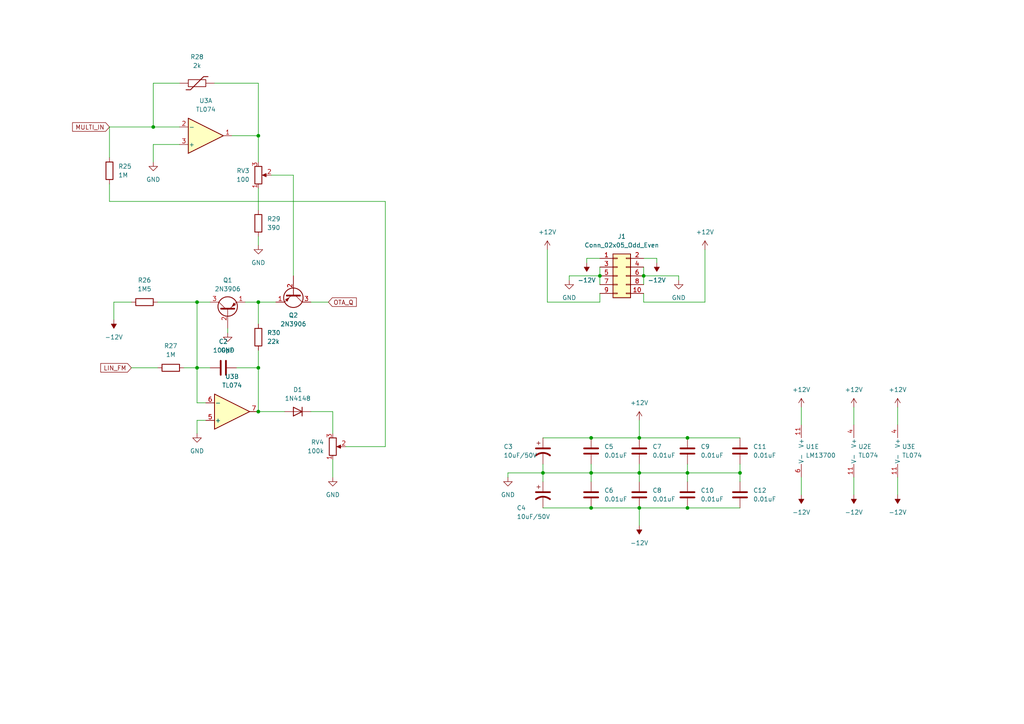
<source format=kicad_sch>
(kicad_sch (version 20211123) (generator eeschema)

  (uuid a1aeb426-2480-44a3-b53b-7e075ef9328a)

  (paper "A4")

  (lib_symbols
    (symbol "Amplifier_Operational:LM13700" (pin_names (offset 0.127)) (in_bom yes) (on_board yes)
      (property "Reference" "U" (id 0) (at 3.81 5.08 0)
        (effects (font (size 1.27 1.27)))
      )
      (property "Value" "LM13700" (id 1) (at 5.08 -5.08 0)
        (effects (font (size 1.27 1.27)))
      )
      (property "Footprint" "" (id 2) (at -7.62 0.635 0)
        (effects (font (size 1.27 1.27)) hide)
      )
      (property "Datasheet" "http://www.ti.com/lit/ds/symlink/lm13700.pdf" (id 3) (at -7.62 0.635 0)
        (effects (font (size 1.27 1.27)) hide)
      )
      (property "ki_locked" "" (id 4) (at 0 0 0)
        (effects (font (size 1.27 1.27)))
      )
      (property "ki_keywords" "operational transconductance amplifier OTA" (id 5) (at 0 0 0)
        (effects (font (size 1.27 1.27)) hide)
      )
      (property "ki_description" "Dual Operational Transconductance Amplifiers with Linearizing Diodes and Buffers, DIP-16/SOIC-16" (id 6) (at 0 0 0)
        (effects (font (size 1.27 1.27)) hide)
      )
      (property "ki_fp_filters" "SOIC*3.9x9.9mm*P1.27mm* DIP*W7.62mm*" (id 7) (at 0 0 0)
        (effects (font (size 1.27 1.27)) hide)
      )
      (symbol "LM13700_1_1"
        (polyline
          (pts
            (xy 3.81 -0.635)
            (xy 3.81 -2.54)
            (xy 5.08 -2.54)
          )
          (stroke (width 0) (type default) (color 0 0 0 0))
          (fill (type none))
        )
        (polyline
          (pts
            (xy 5.08 0)
            (xy -5.08 -5.08)
            (xy -5.08 5.08)
            (xy 5.08 0)
          )
          (stroke (width 0.254) (type default) (color 0 0 0 0))
          (fill (type background))
        )
        (pin output line (at 7.62 0 180) (length 2.54)
          (name "~" (effects (font (size 1.27 1.27))))
          (number "12" (effects (font (size 1.27 1.27))))
        )
        (pin input line (at -7.62 2.54 0) (length 2.54)
          (name "-" (effects (font (size 1.27 1.27))))
          (number "13" (effects (font (size 1.27 1.27))))
        )
        (pin input line (at -7.62 -2.54 0) (length 2.54)
          (name "+" (effects (font (size 1.27 1.27))))
          (number "14" (effects (font (size 1.27 1.27))))
        )
        (pin input line (at -7.62 0 0) (length 2.54)
          (name "DIODE_BIAS" (effects (font (size 0.508 0.508))))
          (number "15" (effects (font (size 1.27 1.27))))
        )
        (pin input line (at 7.62 -2.54 180) (length 2.54)
          (name "~" (effects (font (size 1.27 1.27))))
          (number "16" (effects (font (size 1.27 1.27))))
        )
      )
      (symbol "LM13700_2_0"
        (polyline
          (pts
            (xy -1.905 2.54)
            (xy -3.175 2.54)
          )
          (stroke (width 0) (type default) (color 0 0 0 0))
          (fill (type none))
        )
      )
      (symbol "LM13700_2_1"
        (circle (center -2.54 1.905) (radius 0.254)
          (stroke (width 0.254) (type default) (color 0 0 0 0))
          (fill (type outline))
        )
        (polyline
          (pts
            (xy -3.81 -0.635)
            (xy -2.54 -1.27)
          )
          (stroke (width 0) (type default) (color 0 0 0 0))
          (fill (type none))
        )
        (polyline
          (pts
            (xy -3.81 1.27)
            (xy -3.81 -1.27)
          )
          (stroke (width 0) (type default) (color 0 0 0 0))
          (fill (type none))
        )
        (polyline
          (pts
            (xy -2.54 -1.905)
            (xy -1.27 -2.54)
          )
          (stroke (width 0) (type default) (color 0 0 0 0))
          (fill (type none))
        )
        (polyline
          (pts
            (xy -2.54 0)
            (xy -2.54 -2.54)
          )
          (stroke (width 0) (type default) (color 0 0 0 0))
          (fill (type none))
        )
        (polyline
          (pts
            (xy -3.81 0.635)
            (xy -2.54 1.27)
            (xy -2.54 1.905)
            (xy -2.54 2.54)
          )
          (stroke (width 0) (type default) (color 0 0 0 0))
          (fill (type none))
        )
        (polyline
          (pts
            (xy -2.54 -1.27)
            (xy -3.175 -0.635)
            (xy -3.175 -1.27)
            (xy -2.54 -1.27)
          )
          (stroke (width 0) (type default) (color 0 0 0 0))
          (fill (type outline))
        )
        (polyline
          (pts
            (xy -2.54 -0.635)
            (xy -1.27 0)
            (xy -1.27 1.905)
            (xy -2.54 1.905)
          )
          (stroke (width 0) (type default) (color 0 0 0 0))
          (fill (type none))
        )
        (polyline
          (pts
            (xy -1.27 -2.54)
            (xy -1.905 -1.905)
            (xy -1.905 -2.54)
            (xy -1.27 -2.54)
          )
          (stroke (width 0) (type default) (color 0 0 0 0))
          (fill (type outline))
        )
        (text "V+" (at -2.54 3.81 0)
          (effects (font (size 1.27 1.27)))
        )
        (pin input line (at -7.62 0 0) (length 3.81)
          (name "~" (effects (font (size 1.27 1.27))))
          (number "10" (effects (font (size 1.27 1.27))))
        )
        (pin output line (at 2.54 -2.54 180) (length 3.81)
          (name "~" (effects (font (size 1.27 1.27))))
          (number "9" (effects (font (size 1.27 1.27))))
        )
      )
      (symbol "LM13700_3_1"
        (polyline
          (pts
            (xy 3.81 -0.635)
            (xy 3.81 -2.54)
            (xy 5.08 -2.54)
          )
          (stroke (width 0) (type default) (color 0 0 0 0))
          (fill (type none))
        )
        (polyline
          (pts
            (xy 5.08 0)
            (xy -5.08 -5.08)
            (xy -5.08 5.08)
            (xy 5.08 0)
          )
          (stroke (width 0.254) (type default) (color 0 0 0 0))
          (fill (type background))
        )
        (pin input line (at 7.62 -2.54 180) (length 2.54)
          (name "~" (effects (font (size 1.27 1.27))))
          (number "1" (effects (font (size 1.27 1.27))))
        )
        (pin input line (at -7.62 0 0) (length 2.54)
          (name "DIODE_BIAS" (effects (font (size 0.508 0.508))))
          (number "2" (effects (font (size 1.27 1.27))))
        )
        (pin input line (at -7.62 -2.54 0) (length 2.54)
          (name "+" (effects (font (size 1.27 1.27))))
          (number "3" (effects (font (size 1.27 1.27))))
        )
        (pin input line (at -7.62 2.54 0) (length 2.54)
          (name "-" (effects (font (size 1.27 1.27))))
          (number "4" (effects (font (size 1.27 1.27))))
        )
        (pin output line (at 7.62 0 180) (length 2.54)
          (name "~" (effects (font (size 1.27 1.27))))
          (number "5" (effects (font (size 1.27 1.27))))
        )
      )
      (symbol "LM13700_4_0"
        (polyline
          (pts
            (xy -3.175 2.54)
            (xy -1.905 2.54)
          )
          (stroke (width 0) (type default) (color 0 0 0 0))
          (fill (type none))
        )
        (text "V+" (at -2.54 3.81 0)
          (effects (font (size 1.27 1.27)))
        )
      )
      (symbol "LM13700_4_1"
        (circle (center -2.54 1.905) (radius 0.254)
          (stroke (width 0.254) (type default) (color 0 0 0 0))
          (fill (type outline))
        )
        (polyline
          (pts
            (xy -3.81 -0.635)
            (xy -2.54 -1.27)
          )
          (stroke (width 0) (type default) (color 0 0 0 0))
          (fill (type none))
        )
        (polyline
          (pts
            (xy -3.81 1.27)
            (xy -3.81 -1.27)
          )
          (stroke (width 0) (type default) (color 0 0 0 0))
          (fill (type none))
        )
        (polyline
          (pts
            (xy -2.54 -1.905)
            (xy -1.27 -2.54)
          )
          (stroke (width 0) (type default) (color 0 0 0 0))
          (fill (type none))
        )
        (polyline
          (pts
            (xy -2.54 0)
            (xy -2.54 -2.54)
          )
          (stroke (width 0) (type default) (color 0 0 0 0))
          (fill (type none))
        )
        (polyline
          (pts
            (xy -3.81 0.635)
            (xy -2.54 1.27)
            (xy -2.54 2.54)
          )
          (stroke (width 0) (type default) (color 0 0 0 0))
          (fill (type none))
        )
        (polyline
          (pts
            (xy -2.54 -1.27)
            (xy -3.175 -0.635)
            (xy -3.175 -1.27)
            (xy -2.54 -1.27)
          )
          (stroke (width 0) (type default) (color 0 0 0 0))
          (fill (type outline))
        )
        (polyline
          (pts
            (xy -2.54 -0.635)
            (xy -1.27 0)
            (xy -1.27 1.905)
            (xy -2.54 1.905)
          )
          (stroke (width 0) (type default) (color 0 0 0 0))
          (fill (type none))
        )
        (polyline
          (pts
            (xy -1.27 -2.54)
            (xy -1.905 -1.905)
            (xy -1.905 -2.54)
            (xy -1.27 -2.54)
          )
          (stroke (width 0) (type default) (color 0 0 0 0))
          (fill (type outline))
        )
        (pin input line (at -7.62 0 0) (length 3.81)
          (name "~" (effects (font (size 1.27 1.27))))
          (number "7" (effects (font (size 1.27 1.27))))
        )
        (pin output line (at 2.54 -2.54 180) (length 3.81)
          (name "~" (effects (font (size 1.27 1.27))))
          (number "8" (effects (font (size 1.27 1.27))))
        )
      )
      (symbol "LM13700_5_1"
        (pin power_in line (at -2.54 7.62 270) (length 3.81)
          (name "V+" (effects (font (size 1.27 1.27))))
          (number "11" (effects (font (size 1.27 1.27))))
        )
        (pin power_in line (at -2.54 -7.62 90) (length 3.81)
          (name "V-" (effects (font (size 1.27 1.27))))
          (number "6" (effects (font (size 1.27 1.27))))
        )
      )
    )
    (symbol "Amplifier_Operational:TL074" (pin_names (offset 0.127)) (in_bom yes) (on_board yes)
      (property "Reference" "U" (id 0) (at 0 5.08 0)
        (effects (font (size 1.27 1.27)) (justify left))
      )
      (property "Value" "TL074" (id 1) (at 0 -5.08 0)
        (effects (font (size 1.27 1.27)) (justify left))
      )
      (property "Footprint" "" (id 2) (at -1.27 2.54 0)
        (effects (font (size 1.27 1.27)) hide)
      )
      (property "Datasheet" "http://www.ti.com/lit/ds/symlink/tl071.pdf" (id 3) (at 1.27 5.08 0)
        (effects (font (size 1.27 1.27)) hide)
      )
      (property "ki_locked" "" (id 4) (at 0 0 0)
        (effects (font (size 1.27 1.27)))
      )
      (property "ki_keywords" "quad opamp" (id 5) (at 0 0 0)
        (effects (font (size 1.27 1.27)) hide)
      )
      (property "ki_description" "Quad Low-Noise JFET-Input Operational Amplifiers, DIP-14/SOIC-14" (id 6) (at 0 0 0)
        (effects (font (size 1.27 1.27)) hide)
      )
      (property "ki_fp_filters" "SOIC*3.9x8.7mm*P1.27mm* DIP*W7.62mm* TSSOP*4.4x5mm*P0.65mm* SSOP*5.3x6.2mm*P0.65mm* MSOP*3x3mm*P0.5mm*" (id 7) (at 0 0 0)
        (effects (font (size 1.27 1.27)) hide)
      )
      (symbol "TL074_1_1"
        (polyline
          (pts
            (xy -5.08 5.08)
            (xy 5.08 0)
            (xy -5.08 -5.08)
            (xy -5.08 5.08)
          )
          (stroke (width 0.254) (type default) (color 0 0 0 0))
          (fill (type background))
        )
        (pin output line (at 7.62 0 180) (length 2.54)
          (name "~" (effects (font (size 1.27 1.27))))
          (number "1" (effects (font (size 1.27 1.27))))
        )
        (pin input line (at -7.62 -2.54 0) (length 2.54)
          (name "-" (effects (font (size 1.27 1.27))))
          (number "2" (effects (font (size 1.27 1.27))))
        )
        (pin input line (at -7.62 2.54 0) (length 2.54)
          (name "+" (effects (font (size 1.27 1.27))))
          (number "3" (effects (font (size 1.27 1.27))))
        )
      )
      (symbol "TL074_2_1"
        (polyline
          (pts
            (xy -5.08 5.08)
            (xy 5.08 0)
            (xy -5.08 -5.08)
            (xy -5.08 5.08)
          )
          (stroke (width 0.254) (type default) (color 0 0 0 0))
          (fill (type background))
        )
        (pin input line (at -7.62 2.54 0) (length 2.54)
          (name "+" (effects (font (size 1.27 1.27))))
          (number "5" (effects (font (size 1.27 1.27))))
        )
        (pin input line (at -7.62 -2.54 0) (length 2.54)
          (name "-" (effects (font (size 1.27 1.27))))
          (number "6" (effects (font (size 1.27 1.27))))
        )
        (pin output line (at 7.62 0 180) (length 2.54)
          (name "~" (effects (font (size 1.27 1.27))))
          (number "7" (effects (font (size 1.27 1.27))))
        )
      )
      (symbol "TL074_3_1"
        (polyline
          (pts
            (xy -5.08 5.08)
            (xy 5.08 0)
            (xy -5.08 -5.08)
            (xy -5.08 5.08)
          )
          (stroke (width 0.254) (type default) (color 0 0 0 0))
          (fill (type background))
        )
        (pin input line (at -7.62 2.54 0) (length 2.54)
          (name "+" (effects (font (size 1.27 1.27))))
          (number "10" (effects (font (size 1.27 1.27))))
        )
        (pin output line (at 7.62 0 180) (length 2.54)
          (name "~" (effects (font (size 1.27 1.27))))
          (number "8" (effects (font (size 1.27 1.27))))
        )
        (pin input line (at -7.62 -2.54 0) (length 2.54)
          (name "-" (effects (font (size 1.27 1.27))))
          (number "9" (effects (font (size 1.27 1.27))))
        )
      )
      (symbol "TL074_4_1"
        (polyline
          (pts
            (xy -5.08 5.08)
            (xy 5.08 0)
            (xy -5.08 -5.08)
            (xy -5.08 5.08)
          )
          (stroke (width 0.254) (type default) (color 0 0 0 0))
          (fill (type background))
        )
        (pin input line (at -7.62 2.54 0) (length 2.54)
          (name "+" (effects (font (size 1.27 1.27))))
          (number "12" (effects (font (size 1.27 1.27))))
        )
        (pin input line (at -7.62 -2.54 0) (length 2.54)
          (name "-" (effects (font (size 1.27 1.27))))
          (number "13" (effects (font (size 1.27 1.27))))
        )
        (pin output line (at 7.62 0 180) (length 2.54)
          (name "~" (effects (font (size 1.27 1.27))))
          (number "14" (effects (font (size 1.27 1.27))))
        )
      )
      (symbol "TL074_5_1"
        (pin power_in line (at -2.54 -7.62 90) (length 3.81)
          (name "V-" (effects (font (size 1.27 1.27))))
          (number "11" (effects (font (size 1.27 1.27))))
        )
        (pin power_in line (at -2.54 7.62 270) (length 3.81)
          (name "V+" (effects (font (size 1.27 1.27))))
          (number "4" (effects (font (size 1.27 1.27))))
        )
      )
    )
    (symbol "Connector_Generic:Conn_02x05_Odd_Even" (pin_names (offset 1.016) hide) (in_bom yes) (on_board yes)
      (property "Reference" "J" (id 0) (at 1.27 7.62 0)
        (effects (font (size 1.27 1.27)))
      )
      (property "Value" "Conn_02x05_Odd_Even" (id 1) (at 1.27 -7.62 0)
        (effects (font (size 1.27 1.27)))
      )
      (property "Footprint" "" (id 2) (at 0 0 0)
        (effects (font (size 1.27 1.27)) hide)
      )
      (property "Datasheet" "~" (id 3) (at 0 0 0)
        (effects (font (size 1.27 1.27)) hide)
      )
      (property "ki_keywords" "connector" (id 4) (at 0 0 0)
        (effects (font (size 1.27 1.27)) hide)
      )
      (property "ki_description" "Generic connector, double row, 02x05, odd/even pin numbering scheme (row 1 odd numbers, row 2 even numbers), script generated (kicad-library-utils/schlib/autogen/connector/)" (id 5) (at 0 0 0)
        (effects (font (size 1.27 1.27)) hide)
      )
      (property "ki_fp_filters" "Connector*:*_2x??_*" (id 6) (at 0 0 0)
        (effects (font (size 1.27 1.27)) hide)
      )
      (symbol "Conn_02x05_Odd_Even_1_1"
        (rectangle (start -1.27 -4.953) (end 0 -5.207)
          (stroke (width 0.1524) (type default) (color 0 0 0 0))
          (fill (type none))
        )
        (rectangle (start -1.27 -2.413) (end 0 -2.667)
          (stroke (width 0.1524) (type default) (color 0 0 0 0))
          (fill (type none))
        )
        (rectangle (start -1.27 0.127) (end 0 -0.127)
          (stroke (width 0.1524) (type default) (color 0 0 0 0))
          (fill (type none))
        )
        (rectangle (start -1.27 2.667) (end 0 2.413)
          (stroke (width 0.1524) (type default) (color 0 0 0 0))
          (fill (type none))
        )
        (rectangle (start -1.27 5.207) (end 0 4.953)
          (stroke (width 0.1524) (type default) (color 0 0 0 0))
          (fill (type none))
        )
        (rectangle (start -1.27 6.35) (end 3.81 -6.35)
          (stroke (width 0.254) (type default) (color 0 0 0 0))
          (fill (type background))
        )
        (rectangle (start 3.81 -4.953) (end 2.54 -5.207)
          (stroke (width 0.1524) (type default) (color 0 0 0 0))
          (fill (type none))
        )
        (rectangle (start 3.81 -2.413) (end 2.54 -2.667)
          (stroke (width 0.1524) (type default) (color 0 0 0 0))
          (fill (type none))
        )
        (rectangle (start 3.81 0.127) (end 2.54 -0.127)
          (stroke (width 0.1524) (type default) (color 0 0 0 0))
          (fill (type none))
        )
        (rectangle (start 3.81 2.667) (end 2.54 2.413)
          (stroke (width 0.1524) (type default) (color 0 0 0 0))
          (fill (type none))
        )
        (rectangle (start 3.81 5.207) (end 2.54 4.953)
          (stroke (width 0.1524) (type default) (color 0 0 0 0))
          (fill (type none))
        )
        (pin passive line (at -5.08 5.08 0) (length 3.81)
          (name "Pin_1" (effects (font (size 1.27 1.27))))
          (number "1" (effects (font (size 1.27 1.27))))
        )
        (pin passive line (at 7.62 -5.08 180) (length 3.81)
          (name "Pin_10" (effects (font (size 1.27 1.27))))
          (number "10" (effects (font (size 1.27 1.27))))
        )
        (pin passive line (at 7.62 5.08 180) (length 3.81)
          (name "Pin_2" (effects (font (size 1.27 1.27))))
          (number "2" (effects (font (size 1.27 1.27))))
        )
        (pin passive line (at -5.08 2.54 0) (length 3.81)
          (name "Pin_3" (effects (font (size 1.27 1.27))))
          (number "3" (effects (font (size 1.27 1.27))))
        )
        (pin passive line (at 7.62 2.54 180) (length 3.81)
          (name "Pin_4" (effects (font (size 1.27 1.27))))
          (number "4" (effects (font (size 1.27 1.27))))
        )
        (pin passive line (at -5.08 0 0) (length 3.81)
          (name "Pin_5" (effects (font (size 1.27 1.27))))
          (number "5" (effects (font (size 1.27 1.27))))
        )
        (pin passive line (at 7.62 0 180) (length 3.81)
          (name "Pin_6" (effects (font (size 1.27 1.27))))
          (number "6" (effects (font (size 1.27 1.27))))
        )
        (pin passive line (at -5.08 -2.54 0) (length 3.81)
          (name "Pin_7" (effects (font (size 1.27 1.27))))
          (number "7" (effects (font (size 1.27 1.27))))
        )
        (pin passive line (at 7.62 -2.54 180) (length 3.81)
          (name "Pin_8" (effects (font (size 1.27 1.27))))
          (number "8" (effects (font (size 1.27 1.27))))
        )
        (pin passive line (at -5.08 -5.08 0) (length 3.81)
          (name "Pin_9" (effects (font (size 1.27 1.27))))
          (number "9" (effects (font (size 1.27 1.27))))
        )
      )
    )
    (symbol "Device:C" (pin_numbers hide) (pin_names (offset 0.254)) (in_bom yes) (on_board yes)
      (property "Reference" "C" (id 0) (at 0.635 2.54 0)
        (effects (font (size 1.27 1.27)) (justify left))
      )
      (property "Value" "C" (id 1) (at 0.635 -2.54 0)
        (effects (font (size 1.27 1.27)) (justify left))
      )
      (property "Footprint" "" (id 2) (at 0.9652 -3.81 0)
        (effects (font (size 1.27 1.27)) hide)
      )
      (property "Datasheet" "~" (id 3) (at 0 0 0)
        (effects (font (size 1.27 1.27)) hide)
      )
      (property "ki_keywords" "cap capacitor" (id 4) (at 0 0 0)
        (effects (font (size 1.27 1.27)) hide)
      )
      (property "ki_description" "Unpolarized capacitor" (id 5) (at 0 0 0)
        (effects (font (size 1.27 1.27)) hide)
      )
      (property "ki_fp_filters" "C_*" (id 6) (at 0 0 0)
        (effects (font (size 1.27 1.27)) hide)
      )
      (symbol "C_0_1"
        (polyline
          (pts
            (xy -2.032 -0.762)
            (xy 2.032 -0.762)
          )
          (stroke (width 0.508) (type default) (color 0 0 0 0))
          (fill (type none))
        )
        (polyline
          (pts
            (xy -2.032 0.762)
            (xy 2.032 0.762)
          )
          (stroke (width 0.508) (type default) (color 0 0 0 0))
          (fill (type none))
        )
      )
      (symbol "C_1_1"
        (pin passive line (at 0 3.81 270) (length 2.794)
          (name "~" (effects (font (size 1.27 1.27))))
          (number "1" (effects (font (size 1.27 1.27))))
        )
        (pin passive line (at 0 -3.81 90) (length 2.794)
          (name "~" (effects (font (size 1.27 1.27))))
          (number "2" (effects (font (size 1.27 1.27))))
        )
      )
    )
    (symbol "Device:C_Polarized_US" (pin_numbers hide) (pin_names (offset 0.254) hide) (in_bom yes) (on_board yes)
      (property "Reference" "C" (id 0) (at 0.635 2.54 0)
        (effects (font (size 1.27 1.27)) (justify left))
      )
      (property "Value" "C_Polarized_US" (id 1) (at 0.635 -2.54 0)
        (effects (font (size 1.27 1.27)) (justify left))
      )
      (property "Footprint" "" (id 2) (at 0 0 0)
        (effects (font (size 1.27 1.27)) hide)
      )
      (property "Datasheet" "~" (id 3) (at 0 0 0)
        (effects (font (size 1.27 1.27)) hide)
      )
      (property "ki_keywords" "cap capacitor" (id 4) (at 0 0 0)
        (effects (font (size 1.27 1.27)) hide)
      )
      (property "ki_description" "Polarized capacitor, US symbol" (id 5) (at 0 0 0)
        (effects (font (size 1.27 1.27)) hide)
      )
      (property "ki_fp_filters" "CP_*" (id 6) (at 0 0 0)
        (effects (font (size 1.27 1.27)) hide)
      )
      (symbol "C_Polarized_US_0_1"
        (polyline
          (pts
            (xy -2.032 0.762)
            (xy 2.032 0.762)
          )
          (stroke (width 0.508) (type default) (color 0 0 0 0))
          (fill (type none))
        )
        (polyline
          (pts
            (xy -1.778 2.286)
            (xy -0.762 2.286)
          )
          (stroke (width 0) (type default) (color 0 0 0 0))
          (fill (type none))
        )
        (polyline
          (pts
            (xy -1.27 1.778)
            (xy -1.27 2.794)
          )
          (stroke (width 0) (type default) (color 0 0 0 0))
          (fill (type none))
        )
        (arc (start 2.032 -1.27) (mid 0 -0.5572) (end -2.032 -1.27)
          (stroke (width 0.508) (type default) (color 0 0 0 0))
          (fill (type none))
        )
      )
      (symbol "C_Polarized_US_1_1"
        (pin passive line (at 0 3.81 270) (length 2.794)
          (name "~" (effects (font (size 1.27 1.27))))
          (number "1" (effects (font (size 1.27 1.27))))
        )
        (pin passive line (at 0 -3.81 90) (length 3.302)
          (name "~" (effects (font (size 1.27 1.27))))
          (number "2" (effects (font (size 1.27 1.27))))
        )
      )
    )
    (symbol "Device:R" (pin_numbers hide) (pin_names (offset 0)) (in_bom yes) (on_board yes)
      (property "Reference" "R" (id 0) (at 2.032 0 90)
        (effects (font (size 1.27 1.27)))
      )
      (property "Value" "R" (id 1) (at 0 0 90)
        (effects (font (size 1.27 1.27)))
      )
      (property "Footprint" "" (id 2) (at -1.778 0 90)
        (effects (font (size 1.27 1.27)) hide)
      )
      (property "Datasheet" "~" (id 3) (at 0 0 0)
        (effects (font (size 1.27 1.27)) hide)
      )
      (property "ki_keywords" "R res resistor" (id 4) (at 0 0 0)
        (effects (font (size 1.27 1.27)) hide)
      )
      (property "ki_description" "Resistor" (id 5) (at 0 0 0)
        (effects (font (size 1.27 1.27)) hide)
      )
      (property "ki_fp_filters" "R_*" (id 6) (at 0 0 0)
        (effects (font (size 1.27 1.27)) hide)
      )
      (symbol "R_0_1"
        (rectangle (start -1.016 -2.54) (end 1.016 2.54)
          (stroke (width 0.254) (type default) (color 0 0 0 0))
          (fill (type none))
        )
      )
      (symbol "R_1_1"
        (pin passive line (at 0 3.81 270) (length 1.27)
          (name "~" (effects (font (size 1.27 1.27))))
          (number "1" (effects (font (size 1.27 1.27))))
        )
        (pin passive line (at 0 -3.81 90) (length 1.27)
          (name "~" (effects (font (size 1.27 1.27))))
          (number "2" (effects (font (size 1.27 1.27))))
        )
      )
    )
    (symbol "Device:R_Potentiometer" (pin_names (offset 1.016) hide) (in_bom yes) (on_board yes)
      (property "Reference" "RV" (id 0) (at -4.445 0 90)
        (effects (font (size 1.27 1.27)))
      )
      (property "Value" "R_Potentiometer" (id 1) (at -2.54 0 90)
        (effects (font (size 1.27 1.27)))
      )
      (property "Footprint" "" (id 2) (at 0 0 0)
        (effects (font (size 1.27 1.27)) hide)
      )
      (property "Datasheet" "~" (id 3) (at 0 0 0)
        (effects (font (size 1.27 1.27)) hide)
      )
      (property "ki_keywords" "resistor variable" (id 4) (at 0 0 0)
        (effects (font (size 1.27 1.27)) hide)
      )
      (property "ki_description" "Potentiometer" (id 5) (at 0 0 0)
        (effects (font (size 1.27 1.27)) hide)
      )
      (property "ki_fp_filters" "Potentiometer*" (id 6) (at 0 0 0)
        (effects (font (size 1.27 1.27)) hide)
      )
      (symbol "R_Potentiometer_0_1"
        (polyline
          (pts
            (xy 2.54 0)
            (xy 1.524 0)
          )
          (stroke (width 0) (type default) (color 0 0 0 0))
          (fill (type none))
        )
        (polyline
          (pts
            (xy 1.143 0)
            (xy 2.286 0.508)
            (xy 2.286 -0.508)
            (xy 1.143 0)
          )
          (stroke (width 0) (type default) (color 0 0 0 0))
          (fill (type outline))
        )
        (rectangle (start 1.016 2.54) (end -1.016 -2.54)
          (stroke (width 0.254) (type default) (color 0 0 0 0))
          (fill (type none))
        )
      )
      (symbol "R_Potentiometer_1_1"
        (pin passive line (at 0 3.81 270) (length 1.27)
          (name "1" (effects (font (size 1.27 1.27))))
          (number "1" (effects (font (size 1.27 1.27))))
        )
        (pin passive line (at 3.81 0 180) (length 1.27)
          (name "2" (effects (font (size 1.27 1.27))))
          (number "2" (effects (font (size 1.27 1.27))))
        )
        (pin passive line (at 0 -3.81 90) (length 1.27)
          (name "3" (effects (font (size 1.27 1.27))))
          (number "3" (effects (font (size 1.27 1.27))))
        )
      )
    )
    (symbol "Device:Thermistor" (pin_numbers hide) (pin_names (offset 0)) (in_bom yes) (on_board yes)
      (property "Reference" "TH" (id 0) (at 2.54 1.27 90)
        (effects (font (size 1.27 1.27)))
      )
      (property "Value" "Thermistor" (id 1) (at -2.54 0 90)
        (effects (font (size 1.27 1.27)) (justify bottom))
      )
      (property "Footprint" "" (id 2) (at 0 0 0)
        (effects (font (size 1.27 1.27)) hide)
      )
      (property "Datasheet" "~" (id 3) (at 0 0 0)
        (effects (font (size 1.27 1.27)) hide)
      )
      (property "ki_keywords" "R res thermistor" (id 4) (at 0 0 0)
        (effects (font (size 1.27 1.27)) hide)
      )
      (property "ki_description" "Temperature dependent resistor" (id 5) (at 0 0 0)
        (effects (font (size 1.27 1.27)) hide)
      )
      (property "ki_fp_filters" "R_*" (id 6) (at 0 0 0)
        (effects (font (size 1.27 1.27)) hide)
      )
      (symbol "Thermistor_0_1"
        (rectangle (start -1.016 2.54) (end 1.016 -2.54)
          (stroke (width 0.2032) (type default) (color 0 0 0 0))
          (fill (type none))
        )
        (polyline
          (pts
            (xy -1.905 3.175)
            (xy -1.905 1.905)
            (xy 1.905 -1.905)
            (xy 1.905 -3.175)
            (xy 1.905 -3.175)
          )
          (stroke (width 0.254) (type default) (color 0 0 0 0))
          (fill (type none))
        )
      )
      (symbol "Thermistor_1_1"
        (pin passive line (at 0 5.08 270) (length 2.54)
          (name "~" (effects (font (size 1.27 1.27))))
          (number "1" (effects (font (size 1.27 1.27))))
        )
        (pin passive line (at 0 -5.08 90) (length 2.54)
          (name "~" (effects (font (size 1.27 1.27))))
          (number "2" (effects (font (size 1.27 1.27))))
        )
      )
    )
    (symbol "Diode:1N4148" (pin_numbers hide) (pin_names (offset 1.016) hide) (in_bom yes) (on_board yes)
      (property "Reference" "D" (id 0) (at 0 2.54 0)
        (effects (font (size 1.27 1.27)))
      )
      (property "Value" "1N4148" (id 1) (at 0 -2.54 0)
        (effects (font (size 1.27 1.27)))
      )
      (property "Footprint" "Diode_THT:D_DO-35_SOD27_P7.62mm_Horizontal" (id 2) (at 0 -4.445 0)
        (effects (font (size 1.27 1.27)) hide)
      )
      (property "Datasheet" "https://assets.nexperia.com/documents/data-sheet/1N4148_1N4448.pdf" (id 3) (at 0 0 0)
        (effects (font (size 1.27 1.27)) hide)
      )
      (property "ki_keywords" "diode" (id 4) (at 0 0 0)
        (effects (font (size 1.27 1.27)) hide)
      )
      (property "ki_description" "100V 0.15A standard switching diode, DO-35" (id 5) (at 0 0 0)
        (effects (font (size 1.27 1.27)) hide)
      )
      (property "ki_fp_filters" "D*DO?35*" (id 6) (at 0 0 0)
        (effects (font (size 1.27 1.27)) hide)
      )
      (symbol "1N4148_0_1"
        (polyline
          (pts
            (xy -1.27 1.27)
            (xy -1.27 -1.27)
          )
          (stroke (width 0.254) (type default) (color 0 0 0 0))
          (fill (type none))
        )
        (polyline
          (pts
            (xy 1.27 0)
            (xy -1.27 0)
          )
          (stroke (width 0) (type default) (color 0 0 0 0))
          (fill (type none))
        )
        (polyline
          (pts
            (xy 1.27 1.27)
            (xy 1.27 -1.27)
            (xy -1.27 0)
            (xy 1.27 1.27)
          )
          (stroke (width 0.254) (type default) (color 0 0 0 0))
          (fill (type none))
        )
      )
      (symbol "1N4148_1_1"
        (pin passive line (at -3.81 0 0) (length 2.54)
          (name "K" (effects (font (size 1.27 1.27))))
          (number "1" (effects (font (size 1.27 1.27))))
        )
        (pin passive line (at 3.81 0 180) (length 2.54)
          (name "A" (effects (font (size 1.27 1.27))))
          (number "2" (effects (font (size 1.27 1.27))))
        )
      )
    )
    (symbol "Transistor_BJT:2N3906" (pin_names (offset 0) hide) (in_bom yes) (on_board yes)
      (property "Reference" "Q" (id 0) (at 5.08 1.905 0)
        (effects (font (size 1.27 1.27)) (justify left))
      )
      (property "Value" "2N3906" (id 1) (at 5.08 0 0)
        (effects (font (size 1.27 1.27)) (justify left))
      )
      (property "Footprint" "Package_TO_SOT_THT:TO-92_Inline" (id 2) (at 5.08 -1.905 0)
        (effects (font (size 1.27 1.27) italic) (justify left) hide)
      )
      (property "Datasheet" "https://www.onsemi.com/pub/Collateral/2N3906-D.PDF" (id 3) (at 0 0 0)
        (effects (font (size 1.27 1.27)) (justify left) hide)
      )
      (property "ki_keywords" "PNP Transistor" (id 4) (at 0 0 0)
        (effects (font (size 1.27 1.27)) hide)
      )
      (property "ki_description" "-0.2A Ic, -40V Vce, Small Signal PNP Transistor, TO-92" (id 5) (at 0 0 0)
        (effects (font (size 1.27 1.27)) hide)
      )
      (property "ki_fp_filters" "TO?92*" (id 6) (at 0 0 0)
        (effects (font (size 1.27 1.27)) hide)
      )
      (symbol "2N3906_0_1"
        (polyline
          (pts
            (xy 0.635 0.635)
            (xy 2.54 2.54)
          )
          (stroke (width 0) (type default) (color 0 0 0 0))
          (fill (type none))
        )
        (polyline
          (pts
            (xy 0.635 -0.635)
            (xy 2.54 -2.54)
            (xy 2.54 -2.54)
          )
          (stroke (width 0) (type default) (color 0 0 0 0))
          (fill (type none))
        )
        (polyline
          (pts
            (xy 0.635 1.905)
            (xy 0.635 -1.905)
            (xy 0.635 -1.905)
          )
          (stroke (width 0.508) (type default) (color 0 0 0 0))
          (fill (type none))
        )
        (polyline
          (pts
            (xy 2.286 -1.778)
            (xy 1.778 -2.286)
            (xy 1.27 -1.27)
            (xy 2.286 -1.778)
            (xy 2.286 -1.778)
          )
          (stroke (width 0) (type default) (color 0 0 0 0))
          (fill (type outline))
        )
        (circle (center 1.27 0) (radius 2.8194)
          (stroke (width 0.254) (type default) (color 0 0 0 0))
          (fill (type none))
        )
      )
      (symbol "2N3906_1_1"
        (pin passive line (at 2.54 -5.08 90) (length 2.54)
          (name "E" (effects (font (size 1.27 1.27))))
          (number "1" (effects (font (size 1.27 1.27))))
        )
        (pin input line (at -5.08 0 0) (length 5.715)
          (name "B" (effects (font (size 1.27 1.27))))
          (number "2" (effects (font (size 1.27 1.27))))
        )
        (pin passive line (at 2.54 5.08 270) (length 2.54)
          (name "C" (effects (font (size 1.27 1.27))))
          (number "3" (effects (font (size 1.27 1.27))))
        )
      )
    )
    (symbol "power:+12V" (power) (pin_names (offset 0)) (in_bom yes) (on_board yes)
      (property "Reference" "#PWR" (id 0) (at 0 -3.81 0)
        (effects (font (size 1.27 1.27)) hide)
      )
      (property "Value" "+12V" (id 1) (at 0 3.556 0)
        (effects (font (size 1.27 1.27)))
      )
      (property "Footprint" "" (id 2) (at 0 0 0)
        (effects (font (size 1.27 1.27)) hide)
      )
      (property "Datasheet" "" (id 3) (at 0 0 0)
        (effects (font (size 1.27 1.27)) hide)
      )
      (property "ki_keywords" "power-flag" (id 4) (at 0 0 0)
        (effects (font (size 1.27 1.27)) hide)
      )
      (property "ki_description" "Power symbol creates a global label with name \"+12V\"" (id 5) (at 0 0 0)
        (effects (font (size 1.27 1.27)) hide)
      )
      (symbol "+12V_0_1"
        (polyline
          (pts
            (xy -0.762 1.27)
            (xy 0 2.54)
          )
          (stroke (width 0) (type default) (color 0 0 0 0))
          (fill (type none))
        )
        (polyline
          (pts
            (xy 0 0)
            (xy 0 2.54)
          )
          (stroke (width 0) (type default) (color 0 0 0 0))
          (fill (type none))
        )
        (polyline
          (pts
            (xy 0 2.54)
            (xy 0.762 1.27)
          )
          (stroke (width 0) (type default) (color 0 0 0 0))
          (fill (type none))
        )
      )
      (symbol "+12V_1_1"
        (pin power_in line (at 0 0 90) (length 0) hide
          (name "+12V" (effects (font (size 1.27 1.27))))
          (number "1" (effects (font (size 1.27 1.27))))
        )
      )
    )
    (symbol "power:-12V" (power) (pin_names (offset 0)) (in_bom yes) (on_board yes)
      (property "Reference" "#PWR" (id 0) (at 0 2.54 0)
        (effects (font (size 1.27 1.27)) hide)
      )
      (property "Value" "-12V" (id 1) (at 0 3.81 0)
        (effects (font (size 1.27 1.27)))
      )
      (property "Footprint" "" (id 2) (at 0 0 0)
        (effects (font (size 1.27 1.27)) hide)
      )
      (property "Datasheet" "" (id 3) (at 0 0 0)
        (effects (font (size 1.27 1.27)) hide)
      )
      (property "ki_keywords" "power-flag" (id 4) (at 0 0 0)
        (effects (font (size 1.27 1.27)) hide)
      )
      (property "ki_description" "Power symbol creates a global label with name \"-12V\"" (id 5) (at 0 0 0)
        (effects (font (size 1.27 1.27)) hide)
      )
      (symbol "-12V_0_0"
        (pin power_in line (at 0 0 90) (length 0) hide
          (name "-12V" (effects (font (size 1.27 1.27))))
          (number "1" (effects (font (size 1.27 1.27))))
        )
      )
      (symbol "-12V_0_1"
        (polyline
          (pts
            (xy 0 0)
            (xy 0 1.27)
            (xy 0.762 1.27)
            (xy 0 2.54)
            (xy -0.762 1.27)
            (xy 0 1.27)
          )
          (stroke (width 0) (type default) (color 0 0 0 0))
          (fill (type outline))
        )
      )
    )
    (symbol "power:GND" (power) (pin_names (offset 0)) (in_bom yes) (on_board yes)
      (property "Reference" "#PWR" (id 0) (at 0 -6.35 0)
        (effects (font (size 1.27 1.27)) hide)
      )
      (property "Value" "GND" (id 1) (at 0 -3.81 0)
        (effects (font (size 1.27 1.27)))
      )
      (property "Footprint" "" (id 2) (at 0 0 0)
        (effects (font (size 1.27 1.27)) hide)
      )
      (property "Datasheet" "" (id 3) (at 0 0 0)
        (effects (font (size 1.27 1.27)) hide)
      )
      (property "ki_keywords" "power-flag" (id 4) (at 0 0 0)
        (effects (font (size 1.27 1.27)) hide)
      )
      (property "ki_description" "Power symbol creates a global label with name \"GND\" , ground" (id 5) (at 0 0 0)
        (effects (font (size 1.27 1.27)) hide)
      )
      (symbol "GND_0_1"
        (polyline
          (pts
            (xy 0 0)
            (xy 0 -1.27)
            (xy 1.27 -1.27)
            (xy 0 -2.54)
            (xy -1.27 -1.27)
            (xy 0 -1.27)
          )
          (stroke (width 0) (type default) (color 0 0 0 0))
          (fill (type none))
        )
      )
      (symbol "GND_1_1"
        (pin power_in line (at 0 0 270) (length 0) hide
          (name "GND" (effects (font (size 1.27 1.27))))
          (number "1" (effects (font (size 1.27 1.27))))
        )
      )
    )
  )

  (junction (at 74.93 39.37) (diameter 0) (color 0 0 0 0)
    (uuid 04e3e6f3-e011-46b9-a181-210b1811226f)
  )
  (junction (at 44.45 36.83) (diameter 0) (color 0 0 0 0)
    (uuid 052419aa-ad27-4fe8-a733-48552809783c)
  )
  (junction (at 157.48 137.16) (diameter 0) (color 0 0 0 0)
    (uuid 0654f7f8-a25a-4817-9330-c86ea9728c5d)
  )
  (junction (at 185.42 127) (diameter 0) (color 0 0 0 0)
    (uuid 10082309-a551-4a1a-af6f-b6ce3e8722ff)
  )
  (junction (at 199.39 137.16) (diameter 0) (color 0 0 0 0)
    (uuid 1f7c52cc-42cf-4ae5-a4e7-02282c436e8c)
  )
  (junction (at 74.93 106.68) (diameter 0) (color 0 0 0 0)
    (uuid 35fb923b-7188-4a9d-bfaa-deed6d7a3312)
  )
  (junction (at 173.99 80.01) (diameter 0) (color 0 0 0 0)
    (uuid 413fd4d0-e658-4ba1-b816-7bdafeb00b55)
  )
  (junction (at 185.42 147.32) (diameter 0) (color 0 0 0 0)
    (uuid 5427f415-e2d8-4392-9862-aea31778cc19)
  )
  (junction (at 171.45 137.16) (diameter 0) (color 0 0 0 0)
    (uuid 69adee02-9d92-4136-820e-048fb3cfe00f)
  )
  (junction (at 57.15 87.63) (diameter 0) (color 0 0 0 0)
    (uuid 7177798e-4d3d-4d0a-84ec-135e94514e04)
  )
  (junction (at 74.93 119.38) (diameter 0) (color 0 0 0 0)
    (uuid 95b4217e-04f3-42c5-adb4-16b02eb443ef)
  )
  (junction (at 74.93 87.63) (diameter 0) (color 0 0 0 0)
    (uuid a1771258-e801-46f8-8fb5-a9cc4ffd5e20)
  )
  (junction (at 214.63 137.16) (diameter 0) (color 0 0 0 0)
    (uuid b69b8fe2-c86b-425a-b36d-f36e33d241ce)
  )
  (junction (at 57.15 106.68) (diameter 0) (color 0 0 0 0)
    (uuid bd53cbac-b3f8-4406-92b9-9428b15a2b9a)
  )
  (junction (at 186.69 80.01) (diameter 0) (color 0 0 0 0)
    (uuid bfc65c76-349b-47f7-91db-905b3ba4ece7)
  )
  (junction (at 171.45 127) (diameter 0) (color 0 0 0 0)
    (uuid c2db4b4a-d93b-4925-a2c1-616b7814c360)
  )
  (junction (at 171.45 147.32) (diameter 0) (color 0 0 0 0)
    (uuid ce5d685c-551a-4302-bb92-8aea41f27603)
  )
  (junction (at 199.39 127) (diameter 0) (color 0 0 0 0)
    (uuid d6deaa4f-4064-41d2-a2ad-197465b3e3d2)
  )
  (junction (at 199.39 147.32) (diameter 0) (color 0 0 0 0)
    (uuid e622c9da-5c71-410c-afa1-95880d391998)
  )
  (junction (at 185.42 137.16) (diameter 0) (color 0 0 0 0)
    (uuid e8416012-f100-4efa-96b7-b2d993bbcaeb)
  )

  (wire (pts (xy 185.42 121.92) (xy 185.42 127))
    (stroke (width 0) (type default) (color 0 0 0 0))
    (uuid 02960c5c-e0e3-40f3-aabd-8e97796318fa)
  )
  (wire (pts (xy 158.75 87.63) (xy 173.99 87.63))
    (stroke (width 0) (type default) (color 0 0 0 0))
    (uuid 04d7a47b-f39b-4906-a601-42500a579c8a)
  )
  (wire (pts (xy 74.93 106.68) (xy 74.93 119.38))
    (stroke (width 0) (type default) (color 0 0 0 0))
    (uuid 069ae2bb-b2a7-45dc-91aa-4197212164fc)
  )
  (wire (pts (xy 171.45 147.32) (xy 185.42 147.32))
    (stroke (width 0) (type default) (color 0 0 0 0))
    (uuid 09d56f54-e1d1-49f6-aed1-30e077337457)
  )
  (wire (pts (xy 185.42 127) (xy 199.39 127))
    (stroke (width 0) (type default) (color 0 0 0 0))
    (uuid 0a165edc-d858-4dce-9658-4b595248ca7e)
  )
  (wire (pts (xy 74.93 54.61) (xy 74.93 60.96))
    (stroke (width 0) (type default) (color 0 0 0 0))
    (uuid 0ad1f833-ee72-42c5-8f44-b6ababee3a7c)
  )
  (wire (pts (xy 57.15 87.63) (xy 57.15 106.68))
    (stroke (width 0) (type default) (color 0 0 0 0))
    (uuid 0c720d3a-0321-4687-8798-5502af9e026a)
  )
  (wire (pts (xy 199.39 137.16) (xy 214.63 137.16))
    (stroke (width 0) (type default) (color 0 0 0 0))
    (uuid 0d63f443-b504-445c-a284-354a8be31941)
  )
  (wire (pts (xy 44.45 36.83) (xy 52.07 36.83))
    (stroke (width 0) (type default) (color 0 0 0 0))
    (uuid 0e9651ef-d3cc-48ec-9e48-ef4699f4d5e4)
  )
  (wire (pts (xy 74.93 68.58) (xy 74.93 71.12))
    (stroke (width 0) (type default) (color 0 0 0 0))
    (uuid 11f23ffc-9bfa-44d2-a426-02301836e869)
  )
  (wire (pts (xy 171.45 127) (xy 185.42 127))
    (stroke (width 0) (type default) (color 0 0 0 0))
    (uuid 141386bf-c184-4871-bf8e-414dae382568)
  )
  (wire (pts (xy 247.65 138.43) (xy 247.65 143.51))
    (stroke (width 0) (type default) (color 0 0 0 0))
    (uuid 19c71eac-603a-452a-853e-e524df89e8c3)
  )
  (wire (pts (xy 158.75 72.39) (xy 158.75 87.63))
    (stroke (width 0) (type default) (color 0 0 0 0))
    (uuid 1e267a8d-d31b-46e9-9c9f-06d96f004657)
  )
  (wire (pts (xy 85.09 50.8) (xy 85.09 80.01))
    (stroke (width 0) (type default) (color 0 0 0 0))
    (uuid 1ec6509a-6561-4a77-bc1c-5bb34e163a66)
  )
  (wire (pts (xy 59.69 116.84) (xy 57.15 116.84))
    (stroke (width 0) (type default) (color 0 0 0 0))
    (uuid 29ac69db-523e-494f-9c86-2638a69f1d09)
  )
  (wire (pts (xy 157.48 137.16) (xy 171.45 137.16))
    (stroke (width 0) (type default) (color 0 0 0 0))
    (uuid 2ac3908a-cdf8-49c1-a3a7-803c363a05cb)
  )
  (wire (pts (xy 214.63 134.62) (xy 214.63 137.16))
    (stroke (width 0) (type default) (color 0 0 0 0))
    (uuid 2d4a7ad8-c347-418c-ad3f-9d3edfd5710d)
  )
  (wire (pts (xy 190.5 74.93) (xy 186.69 74.93))
    (stroke (width 0) (type default) (color 0 0 0 0))
    (uuid 2ed1abd2-056f-4f29-8ea4-9c62d38d42d8)
  )
  (wire (pts (xy 31.75 53.34) (xy 31.75 58.42))
    (stroke (width 0) (type default) (color 0 0 0 0))
    (uuid 30291238-4056-46bb-948f-f8cb8b1a2a0d)
  )
  (wire (pts (xy 100.33 129.54) (xy 111.76 129.54))
    (stroke (width 0) (type default) (color 0 0 0 0))
    (uuid 30f189c7-4067-4d27-8587-d11c3e614c3f)
  )
  (wire (pts (xy 38.1 106.68) (xy 45.72 106.68))
    (stroke (width 0) (type default) (color 0 0 0 0))
    (uuid 34267a56-9099-407c-9b37-c5c6a50142ea)
  )
  (wire (pts (xy 74.93 87.63) (xy 74.93 93.98))
    (stroke (width 0) (type default) (color 0 0 0 0))
    (uuid 378ad733-f48e-40c2-8e75-80a7afed130b)
  )
  (wire (pts (xy 199.39 137.16) (xy 199.39 139.7))
    (stroke (width 0) (type default) (color 0 0 0 0))
    (uuid 39e8a0e4-867f-4980-924d-e0a6f178233e)
  )
  (wire (pts (xy 74.93 119.38) (xy 82.55 119.38))
    (stroke (width 0) (type default) (color 0 0 0 0))
    (uuid 3b0d439d-8472-4bf2-99a0-cec1815baa63)
  )
  (wire (pts (xy 33.02 87.63) (xy 38.1 87.63))
    (stroke (width 0) (type default) (color 0 0 0 0))
    (uuid 430eda50-98de-45ca-b1b0-a01125f8cec5)
  )
  (wire (pts (xy 199.39 147.32) (xy 214.63 147.32))
    (stroke (width 0) (type default) (color 0 0 0 0))
    (uuid 43e828e0-ea5f-4799-9cd6-caa0546d7257)
  )
  (wire (pts (xy 171.45 137.16) (xy 185.42 137.16))
    (stroke (width 0) (type default) (color 0 0 0 0))
    (uuid 44a52899-7bd5-462b-90f5-2257c42a3723)
  )
  (wire (pts (xy 185.42 147.32) (xy 199.39 147.32))
    (stroke (width 0) (type default) (color 0 0 0 0))
    (uuid 49efbd0f-0f31-4b66-a21a-285e9c1af121)
  )
  (wire (pts (xy 96.52 133.35) (xy 96.52 138.43))
    (stroke (width 0) (type default) (color 0 0 0 0))
    (uuid 4d5e92c7-c120-4c46-9047-557c1ca01762)
  )
  (wire (pts (xy 57.15 116.84) (xy 57.15 106.68))
    (stroke (width 0) (type default) (color 0 0 0 0))
    (uuid 4d8e10ee-b450-4f45-b429-3157a1ad83cb)
  )
  (wire (pts (xy 71.12 87.63) (xy 74.93 87.63))
    (stroke (width 0) (type default) (color 0 0 0 0))
    (uuid 50ec2499-08e6-467b-8bab-ac65a21680be)
  )
  (wire (pts (xy 185.42 134.62) (xy 185.42 137.16))
    (stroke (width 0) (type default) (color 0 0 0 0))
    (uuid 5301c3b5-d72a-4779-8a93-165519915329)
  )
  (wire (pts (xy 74.93 87.63) (xy 80.01 87.63))
    (stroke (width 0) (type default) (color 0 0 0 0))
    (uuid 54ccfd7d-4a70-4314-a1bd-4a64012e0858)
  )
  (wire (pts (xy 199.39 127) (xy 214.63 127))
    (stroke (width 0) (type default) (color 0 0 0 0))
    (uuid 5ca80c93-b57b-42e7-b9a5-d6e5f30ff0e3)
  )
  (wire (pts (xy 57.15 121.92) (xy 59.69 121.92))
    (stroke (width 0) (type default) (color 0 0 0 0))
    (uuid 5e2ab195-66f2-45f7-8a70-1e7735f68e3c)
  )
  (wire (pts (xy 147.32 137.16) (xy 157.48 137.16))
    (stroke (width 0) (type default) (color 0 0 0 0))
    (uuid 62ac73a5-ca4a-41e7-9b40-3b9376d6274d)
  )
  (wire (pts (xy 214.63 137.16) (xy 214.63 139.7))
    (stroke (width 0) (type default) (color 0 0 0 0))
    (uuid 663f0fc1-416d-48b9-8e23-f9ea57043a3c)
  )
  (wire (pts (xy 171.45 134.62) (xy 171.45 137.16))
    (stroke (width 0) (type default) (color 0 0 0 0))
    (uuid 665e91c2-85b9-4b86-b70c-383c43d586d1)
  )
  (wire (pts (xy 67.31 39.37) (xy 74.93 39.37))
    (stroke (width 0) (type default) (color 0 0 0 0))
    (uuid 67da2a5d-0bf4-45f1-923b-38ec7119c08e)
  )
  (wire (pts (xy 185.42 137.16) (xy 185.42 139.7))
    (stroke (width 0) (type default) (color 0 0 0 0))
    (uuid 70900dce-a083-415c-9e4d-922eeaadb2ef)
  )
  (wire (pts (xy 78.74 50.8) (xy 85.09 50.8))
    (stroke (width 0) (type default) (color 0 0 0 0))
    (uuid 7287b11b-79dd-49dc-80a2-facc9e8ce6ee)
  )
  (wire (pts (xy 111.76 58.42) (xy 111.76 129.54))
    (stroke (width 0) (type default) (color 0 0 0 0))
    (uuid 72ba3a6c-6cd9-400e-9783-15078cc2ac4d)
  )
  (wire (pts (xy 62.23 24.13) (xy 74.93 24.13))
    (stroke (width 0) (type default) (color 0 0 0 0))
    (uuid 72f2de6e-9a13-4db3-9afd-6bd43bb4aeb5)
  )
  (wire (pts (xy 96.52 119.38) (xy 90.17 119.38))
    (stroke (width 0) (type default) (color 0 0 0 0))
    (uuid 746e305f-f128-43d4-bcef-8079480c59b8)
  )
  (wire (pts (xy 260.35 118.11) (xy 260.35 123.19))
    (stroke (width 0) (type default) (color 0 0 0 0))
    (uuid 766958e4-b798-4603-b17a-fd91ad3073a9)
  )
  (wire (pts (xy 44.45 24.13) (xy 44.45 36.83))
    (stroke (width 0) (type default) (color 0 0 0 0))
    (uuid 76a46261-27b5-43b0-b5f8-8e7b25768baf)
  )
  (wire (pts (xy 260.35 138.43) (xy 260.35 143.51))
    (stroke (width 0) (type default) (color 0 0 0 0))
    (uuid 7d4764ab-39fd-4ce0-a559-8e40ca95969c)
  )
  (wire (pts (xy 44.45 24.13) (xy 52.07 24.13))
    (stroke (width 0) (type default) (color 0 0 0 0))
    (uuid 7d9ffd7c-cc8d-44c8-b7e4-ab58b689abad)
  )
  (wire (pts (xy 57.15 87.63) (xy 60.96 87.63))
    (stroke (width 0) (type default) (color 0 0 0 0))
    (uuid 7dd14ae2-8e0a-4062-aa31-03a306f418b3)
  )
  (wire (pts (xy 68.58 106.68) (xy 74.93 106.68))
    (stroke (width 0) (type default) (color 0 0 0 0))
    (uuid 827847b9-2f64-47f4-96ff-f6c9a3c1fb25)
  )
  (wire (pts (xy 74.93 106.68) (xy 74.93 101.6))
    (stroke (width 0) (type default) (color 0 0 0 0))
    (uuid 8413f45d-f9b9-4292-b8f2-066e0811b8e6)
  )
  (wire (pts (xy 31.75 58.42) (xy 111.76 58.42))
    (stroke (width 0) (type default) (color 0 0 0 0))
    (uuid 8458cfe0-4f7a-4f91-a9a6-1bbd86233402)
  )
  (wire (pts (xy 96.52 119.38) (xy 96.52 125.73))
    (stroke (width 0) (type default) (color 0 0 0 0))
    (uuid 87431281-1b73-4713-a145-f92b9550f646)
  )
  (wire (pts (xy 31.75 36.83) (xy 44.45 36.83))
    (stroke (width 0) (type default) (color 0 0 0 0))
    (uuid 8ca85d7d-f84c-4c9e-8aba-1d22ada15785)
  )
  (wire (pts (xy 57.15 106.68) (xy 60.96 106.68))
    (stroke (width 0) (type default) (color 0 0 0 0))
    (uuid 901bd023-41fc-4f58-b4a8-c6a5d714b12d)
  )
  (wire (pts (xy 147.32 138.43) (xy 147.32 137.16))
    (stroke (width 0) (type default) (color 0 0 0 0))
    (uuid 90f359b4-790d-4d2b-a2c5-7569c5310cb4)
  )
  (wire (pts (xy 204.47 72.39) (xy 204.47 87.63))
    (stroke (width 0) (type default) (color 0 0 0 0))
    (uuid 93aa1eae-9a6d-46be-924f-4c7597bfac63)
  )
  (wire (pts (xy 186.69 80.01) (xy 186.69 82.55))
    (stroke (width 0) (type default) (color 0 0 0 0))
    (uuid 963889c5-5bd0-4573-b533-d60e342d6c14)
  )
  (wire (pts (xy 165.1 81.28) (xy 165.1 80.01))
    (stroke (width 0) (type default) (color 0 0 0 0))
    (uuid 9c0804b7-44df-4eff-9c6a-674c8deeb3ca)
  )
  (wire (pts (xy 186.69 77.47) (xy 186.69 80.01))
    (stroke (width 0) (type default) (color 0 0 0 0))
    (uuid 9f71ecdf-a850-4b5e-97a2-e7d844c6d14f)
  )
  (wire (pts (xy 157.48 134.62) (xy 157.48 137.16))
    (stroke (width 0) (type default) (color 0 0 0 0))
    (uuid a0cdbe9a-192a-41db-bc63-35fdb78691e8)
  )
  (wire (pts (xy 185.42 137.16) (xy 199.39 137.16))
    (stroke (width 0) (type default) (color 0 0 0 0))
    (uuid a13abd53-f648-4261-a6d7-2205e4df8eab)
  )
  (wire (pts (xy 33.02 92.71) (xy 33.02 87.63))
    (stroke (width 0) (type default) (color 0 0 0 0))
    (uuid a394c24e-7a5e-4a1f-a4c2-8aa29838748e)
  )
  (wire (pts (xy 165.1 80.01) (xy 173.99 80.01))
    (stroke (width 0) (type default) (color 0 0 0 0))
    (uuid a55f7ca7-4122-48a4-9eb2-e6f4f0cce9f6)
  )
  (wire (pts (xy 247.65 118.11) (xy 247.65 123.19))
    (stroke (width 0) (type default) (color 0 0 0 0))
    (uuid a8d6b619-d66f-4eee-a1f1-580881b66302)
  )
  (wire (pts (xy 74.93 39.37) (xy 74.93 46.99))
    (stroke (width 0) (type default) (color 0 0 0 0))
    (uuid ac3b3e81-47ec-44d5-a0f0-ae585295d5de)
  )
  (wire (pts (xy 190.5 76.2) (xy 190.5 74.93))
    (stroke (width 0) (type default) (color 0 0 0 0))
    (uuid b0c75269-2c79-41de-8255-e4b4ddea13f6)
  )
  (wire (pts (xy 173.99 77.47) (xy 173.99 80.01))
    (stroke (width 0) (type default) (color 0 0 0 0))
    (uuid b7560026-6960-49d0-b9a5-8eadf2acd99c)
  )
  (wire (pts (xy 199.39 134.62) (xy 199.39 137.16))
    (stroke (width 0) (type default) (color 0 0 0 0))
    (uuid b81d5b6f-3cdf-4eef-af10-5f9ea91a00eb)
  )
  (wire (pts (xy 232.41 118.11) (xy 232.41 123.19))
    (stroke (width 0) (type default) (color 0 0 0 0))
    (uuid b9009d62-8b91-4e90-9ec9-2678291d735d)
  )
  (wire (pts (xy 31.75 45.72) (xy 31.75 36.83))
    (stroke (width 0) (type default) (color 0 0 0 0))
    (uuid b9eedc39-031c-40aa-8a37-8b2695666fa0)
  )
  (wire (pts (xy 196.85 81.28) (xy 196.85 80.01))
    (stroke (width 0) (type default) (color 0 0 0 0))
    (uuid bb97b915-973c-4ae6-8606-4703533c65e8)
  )
  (wire (pts (xy 185.42 147.32) (xy 185.42 152.4))
    (stroke (width 0) (type default) (color 0 0 0 0))
    (uuid c23b3e12-95ac-43ab-a45a-034aa2bf1edb)
  )
  (wire (pts (xy 74.93 24.13) (xy 74.93 39.37))
    (stroke (width 0) (type default) (color 0 0 0 0))
    (uuid c2811f18-1bd7-4e63-9965-40d680196fa1)
  )
  (wire (pts (xy 157.48 137.16) (xy 157.48 139.7))
    (stroke (width 0) (type default) (color 0 0 0 0))
    (uuid ca886b73-0ef6-421e-97e3-5b3646c32431)
  )
  (wire (pts (xy 44.45 46.99) (xy 44.45 41.91))
    (stroke (width 0) (type default) (color 0 0 0 0))
    (uuid cd00bed9-d300-4166-8df1-663102510fae)
  )
  (wire (pts (xy 173.99 80.01) (xy 173.99 82.55))
    (stroke (width 0) (type default) (color 0 0 0 0))
    (uuid ce15ec71-ca2f-4472-88e8-eadde231f166)
  )
  (wire (pts (xy 232.41 138.43) (xy 232.41 143.51))
    (stroke (width 0) (type default) (color 0 0 0 0))
    (uuid d482bdb5-de91-4598-982d-915919d814d9)
  )
  (wire (pts (xy 95.25 87.63) (xy 90.17 87.63))
    (stroke (width 0) (type default) (color 0 0 0 0))
    (uuid d4c41b85-accf-4842-b8b4-3745505bfdb5)
  )
  (wire (pts (xy 171.45 137.16) (xy 171.45 139.7))
    (stroke (width 0) (type default) (color 0 0 0 0))
    (uuid d5102bdc-13df-45d2-9480-0c38bf250d45)
  )
  (wire (pts (xy 186.69 85.09) (xy 186.69 87.63))
    (stroke (width 0) (type default) (color 0 0 0 0))
    (uuid d764629a-7508-4c32-870d-9d77a7c1ea3d)
  )
  (wire (pts (xy 157.48 127) (xy 171.45 127))
    (stroke (width 0) (type default) (color 0 0 0 0))
    (uuid da51ad33-7a3f-4bb0-b967-cd129b9ef8ba)
  )
  (wire (pts (xy 170.18 76.2) (xy 170.18 74.93))
    (stroke (width 0) (type default) (color 0 0 0 0))
    (uuid da7c8b11-cfea-4d96-b1e3-3d2fd6d673e4)
  )
  (wire (pts (xy 157.48 147.32) (xy 171.45 147.32))
    (stroke (width 0) (type default) (color 0 0 0 0))
    (uuid dbe70be0-5b13-44c5-b8d8-bf859d1413ef)
  )
  (wire (pts (xy 196.85 80.01) (xy 186.69 80.01))
    (stroke (width 0) (type default) (color 0 0 0 0))
    (uuid dcfc78c9-637d-4905-99c6-bed41419f207)
  )
  (wire (pts (xy 170.18 74.93) (xy 173.99 74.93))
    (stroke (width 0) (type default) (color 0 0 0 0))
    (uuid e768c8a9-02fc-47c7-9500-b993366dd102)
  )
  (wire (pts (xy 57.15 125.73) (xy 57.15 121.92))
    (stroke (width 0) (type default) (color 0 0 0 0))
    (uuid f0898384-4451-4dd1-91ff-6a6f660bf507)
  )
  (wire (pts (xy 66.04 95.25) (xy 66.04 96.52))
    (stroke (width 0) (type default) (color 0 0 0 0))
    (uuid f47d5748-1ce5-4dca-af5d-880618d1c5bc)
  )
  (wire (pts (xy 45.72 87.63) (xy 57.15 87.63))
    (stroke (width 0) (type default) (color 0 0 0 0))
    (uuid f4e868f1-a82d-4bab-8b13-0301596b54b2)
  )
  (wire (pts (xy 44.45 41.91) (xy 52.07 41.91))
    (stroke (width 0) (type default) (color 0 0 0 0))
    (uuid f6951d6a-f3e2-4a08-a9aa-e9ce2d06d56c)
  )
  (wire (pts (xy 173.99 87.63) (xy 173.99 85.09))
    (stroke (width 0) (type default) (color 0 0 0 0))
    (uuid f9402cd8-d312-4be8-8fc7-edd4a8dba384)
  )
  (wire (pts (xy 53.34 106.68) (xy 57.15 106.68))
    (stroke (width 0) (type default) (color 0 0 0 0))
    (uuid fc7fa832-47a8-4ea7-9abd-72683000bb4c)
  )
  (wire (pts (xy 204.47 87.63) (xy 186.69 87.63))
    (stroke (width 0) (type default) (color 0 0 0 0))
    (uuid fd138691-3a1e-4fc8-b56b-3f8fc3c32194)
  )

  (global_label "OTA_Q" (shape input) (at 95.25 87.63 0) (fields_autoplaced)
    (effects (font (size 1.27 1.27)) (justify left))
    (uuid 42879357-08fd-44cd-acb0-d9014f9cf6c8)
    (property "Intersheet References" "${INTERSHEET_REFS}" (id 0) (at 103.3479 87.5506 0)
      (effects (font (size 1.27 1.27)) (justify left) hide)
    )
  )
  (global_label "LIN_FM" (shape input) (at 38.1 106.68 180) (fields_autoplaced)
    (effects (font (size 1.27 1.27)) (justify right))
    (uuid bdc8de9c-e8e3-49db-883b-ec0d9ef66603)
    (property "Intersheet References" "${INTERSHEET_REFS}" (id 0) (at 29.2159 106.6006 0)
      (effects (font (size 1.27 1.27)) (justify right) hide)
    )
  )
  (global_label "MULTI_IN" (shape input) (at 31.75 36.83 180) (fields_autoplaced)
    (effects (font (size 1.27 1.27)) (justify right))
    (uuid d5f36523-045e-4f6d-9154-d5dab39e2685)
    (property "Intersheet References" "${INTERSHEET_REFS}" (id 0) (at 21.0517 36.7506 0)
      (effects (font (size 1.27 1.27)) (justify right) hide)
    )
  )

  (symbol (lib_id "power:+12V") (at 247.65 118.11 0) (unit 1)
    (in_bom yes) (on_board yes) (fields_autoplaced)
    (uuid 076df985-1485-468e-96e0-947f077a71c1)
    (property "Reference" "#PWR034" (id 0) (at 247.65 121.92 0)
      (effects (font (size 1.27 1.27)) hide)
    )
    (property "Value" "+12V" (id 1) (at 247.65 113.03 0))
    (property "Footprint" "" (id 2) (at 247.65 118.11 0)
      (effects (font (size 1.27 1.27)) hide)
    )
    (property "Datasheet" "" (id 3) (at 247.65 118.11 0)
      (effects (font (size 1.27 1.27)) hide)
    )
    (pin "1" (uuid 0cdd01cc-d6e0-4d31-8ab5-746988e355a2))
  )

  (symbol (lib_id "Amplifier_Operational:TL074") (at 59.69 39.37 0) (mirror x) (unit 1)
    (in_bom yes) (on_board yes) (fields_autoplaced)
    (uuid 22562b55-2902-41b7-a805-72f1086af18e)
    (property "Reference" "U3" (id 0) (at 59.69 29.21 0))
    (property "Value" "TL074" (id 1) (at 59.69 31.75 0))
    (property "Footprint" "" (id 2) (at 58.42 41.91 0)
      (effects (font (size 1.27 1.27)) hide)
    )
    (property "Datasheet" "http://www.ti.com/lit/ds/symlink/tl071.pdf" (id 3) (at 60.96 44.45 0)
      (effects (font (size 1.27 1.27)) hide)
    )
    (pin "1" (uuid 78750af6-ee77-47fc-b0e6-fb990d83a330))
    (pin "2" (uuid 0d90a589-b7df-4b7a-8f63-f0ac60ed921d))
    (pin "3" (uuid 1a8c5e2a-5594-4594-9dcc-dcae7058a2da))
    (pin "5" (uuid b8aa4055-c724-4844-bd49-443b7211e4da))
    (pin "6" (uuid 994be218-01e9-41d0-97bb-b8f9615eb3d0))
    (pin "7" (uuid c4fca6d7-abe9-4cd5-88f3-278e05baf2ce))
    (pin "10" (uuid 2b3bdf93-1230-4e50-9a37-ad77fb4643b1))
    (pin "8" (uuid 87eb2ee7-cb09-433a-8d1e-44662197e712))
    (pin "9" (uuid 79f0322c-0c0a-48d9-9169-5653e4bffff8))
    (pin "12" (uuid 41e212d5-bf0b-4b33-8c39-6abd0f4fe83e))
    (pin "13" (uuid 0fea8eb8-a4b3-495e-b16b-451a821861ef))
    (pin "14" (uuid 299e38ad-3589-41ff-891a-85f3e24515ed))
    (pin "11" (uuid f48a6c28-0401-4150-940d-c6731657dd2c))
    (pin "4" (uuid aabef4e1-08af-45fc-9a71-d58c651b9d1b))
  )

  (symbol (lib_id "Diode:1N4148") (at 86.36 119.38 180) (unit 1)
    (in_bom yes) (on_board yes) (fields_autoplaced)
    (uuid 27a12f2b-f05e-42f3-9908-9b3f9474717d)
    (property "Reference" "D1" (id 0) (at 86.36 113.03 0))
    (property "Value" "1N4148" (id 1) (at 86.36 115.57 0))
    (property "Footprint" "Diode_THT:D_DO-35_SOD27_P7.62mm_Horizontal" (id 2) (at 86.36 114.935 0)
      (effects (font (size 1.27 1.27)) hide)
    )
    (property "Datasheet" "https://assets.nexperia.com/documents/data-sheet/1N4148_1N4448.pdf" (id 3) (at 86.36 119.38 0)
      (effects (font (size 1.27 1.27)) hide)
    )
    (pin "1" (uuid 31fb1cf4-ced8-48f4-a525-65501c280e50))
    (pin "2" (uuid 51b2aa23-b917-4488-af5b-5a9db4f11474))
  )

  (symbol (lib_id "Device:C") (at 185.42 143.51 180) (unit 1)
    (in_bom yes) (on_board yes) (fields_autoplaced)
    (uuid 284567ca-981f-4eaa-b0c5-ad9ada2b72d2)
    (property "Reference" "C8" (id 0) (at 189.23 142.2399 0)
      (effects (font (size 1.27 1.27)) (justify right))
    )
    (property "Value" "0.01uF" (id 1) (at 189.23 144.7799 0)
      (effects (font (size 1.27 1.27)) (justify right))
    )
    (property "Footprint" "Capacitor_SMD:C_0805_2012Metric_Pad1.18x1.45mm_HandSolder" (id 2) (at 184.4548 139.7 0)
      (effects (font (size 1.27 1.27)) hide)
    )
    (property "Datasheet" "~" (id 3) (at 185.42 143.51 0)
      (effects (font (size 1.27 1.27)) hide)
    )
    (pin "1" (uuid 2534d662-7ea7-4aa6-b318-60f65592eb8c))
    (pin "2" (uuid 6c9ed6ff-9b37-4685-b316-63b7ee376e12))
  )

  (symbol (lib_id "power:+12V") (at 158.75 72.39 0) (unit 1)
    (in_bom yes) (on_board yes) (fields_autoplaced)
    (uuid 2e586766-3640-4451-87f7-2c187fee0c36)
    (property "Reference" "#PWR023" (id 0) (at 158.75 76.2 0)
      (effects (font (size 1.27 1.27)) hide)
    )
    (property "Value" "+12V" (id 1) (at 158.75 67.31 0))
    (property "Footprint" "" (id 2) (at 158.75 72.39 0)
      (effects (font (size 1.27 1.27)) hide)
    )
    (property "Datasheet" "" (id 3) (at 158.75 72.39 0)
      (effects (font (size 1.27 1.27)) hide)
    )
    (pin "1" (uuid 343f4bdd-4dd3-463e-a143-6b3cd3b03313))
  )

  (symbol (lib_id "Amplifier_Operational:LM13700") (at 234.95 130.81 0) (unit 5)
    (in_bom yes) (on_board yes) (fields_autoplaced)
    (uuid 34f8743e-2b9a-4b51-9a90-abe41e7fcd45)
    (property "Reference" "U1" (id 0) (at 233.68 129.5399 0)
      (effects (font (size 1.27 1.27)) (justify left))
    )
    (property "Value" "LM13700" (id 1) (at 233.68 132.0799 0)
      (effects (font (size 1.27 1.27)) (justify left))
    )
    (property "Footprint" "Package_SO:SOIC-16_3.9x9.9mm_P1.27mm" (id 2) (at 227.33 130.175 0)
      (effects (font (size 1.27 1.27)) hide)
    )
    (property "Datasheet" "http://www.ti.com/lit/ds/symlink/lm13700.pdf" (id 3) (at 227.33 130.175 0)
      (effects (font (size 1.27 1.27)) hide)
    )
    (pin "12" (uuid b61208af-5ad6-4860-be14-aec6dfef913e))
    (pin "13" (uuid 4c1e4d26-37ba-4e38-a636-5f4a573ac71d))
    (pin "14" (uuid 54d169d0-495a-4581-afef-4d35c0bf0ccc))
    (pin "15" (uuid 02fa2ab9-c676-493f-9d38-b217e008c9f6))
    (pin "16" (uuid cc5e9da2-da92-4114-a683-80a44f897eff))
    (pin "10" (uuid 19bfe7e7-783b-4778-98ea-37014029cacd))
    (pin "9" (uuid 8f26782e-b954-4730-9276-040112be501a))
    (pin "1" (uuid 5c318237-61f5-4a1f-9111-1aeb170a06a0))
    (pin "2" (uuid 68cd27a7-3ca6-4bef-91b7-990d9cecc6c9))
    (pin "3" (uuid 1a1709f8-8337-4437-9382-3a9aae8ca62c))
    (pin "4" (uuid 3b84b03b-dea3-4ea6-916b-86f42a6ec07a))
    (pin "5" (uuid e1be5c18-6bf5-4f0b-ad6d-835411ec6307))
    (pin "7" (uuid e46f04a2-d4c1-4f2a-b506-54472d9eab65))
    (pin "8" (uuid 1e45e625-3680-4d96-953c-91e251711b18))
    (pin "11" (uuid 0ce63888-7d81-4404-bb6b-3d2527279ffe))
    (pin "6" (uuid b17530c9-d7a9-4c77-b8ef-f1d869e31eeb))
  )

  (symbol (lib_id "Amplifier_Operational:TL074") (at 67.31 119.38 0) (mirror x) (unit 2)
    (in_bom yes) (on_board yes) (fields_autoplaced)
    (uuid 37303429-3bf7-4f4c-992e-2b211f5c8b6c)
    (property "Reference" "U3" (id 0) (at 67.31 109.22 0))
    (property "Value" "TL074" (id 1) (at 67.31 111.76 0))
    (property "Footprint" "" (id 2) (at 66.04 121.92 0)
      (effects (font (size 1.27 1.27)) hide)
    )
    (property "Datasheet" "http://www.ti.com/lit/ds/symlink/tl071.pdf" (id 3) (at 68.58 124.46 0)
      (effects (font (size 1.27 1.27)) hide)
    )
    (pin "1" (uuid 66adeae5-343b-4c8e-9d87-417f2f2d8388))
    (pin "2" (uuid 1b7f1eec-39ec-4dff-a337-493a31a580f4))
    (pin "3" (uuid ff000eaf-1e6f-47f8-b775-0ff3b6af1596))
    (pin "5" (uuid ea88f242-f7a1-406d-bf0b-388919b93d74))
    (pin "6" (uuid 6524f0c4-a02b-4cbc-b6af-0cceeb6fb58c))
    (pin "7" (uuid fcedee09-4562-4f3f-9999-a5b3a8de8829))
    (pin "10" (uuid 05aa2972-57d2-4b8d-81cf-aedab166ec36))
    (pin "8" (uuid b723b316-a2af-418f-a366-b2e98030ed1e))
    (pin "9" (uuid 415a62f7-3326-4e3b-b54e-9e04cb3cfe1d))
    (pin "12" (uuid 1ea58045-0063-4e82-a5b2-9c58a0ee35e9))
    (pin "13" (uuid 5fa37fd5-f65d-4a37-b0ab-c14ddccaf964))
    (pin "14" (uuid 604fa6d0-46fd-4577-a322-bc6aa50e9411))
    (pin "11" (uuid f2d36f4a-fe47-410b-aea2-e2291f34cbca))
    (pin "4" (uuid bbf6a4a5-7b78-4118-ae1a-b9ba47f9435b))
  )

  (symbol (lib_id "Device:C") (at 171.45 143.51 180) (unit 1)
    (in_bom yes) (on_board yes) (fields_autoplaced)
    (uuid 408e8086-67c1-4d22-88f5-2fc4163316ee)
    (property "Reference" "C6" (id 0) (at 175.26 142.2399 0)
      (effects (font (size 1.27 1.27)) (justify right))
    )
    (property "Value" "0.01uF" (id 1) (at 175.26 144.7799 0)
      (effects (font (size 1.27 1.27)) (justify right))
    )
    (property "Footprint" "Capacitor_SMD:C_0805_2012Metric_Pad1.18x1.45mm_HandSolder" (id 2) (at 170.4848 139.7 0)
      (effects (font (size 1.27 1.27)) hide)
    )
    (property "Datasheet" "~" (id 3) (at 171.45 143.51 0)
      (effects (font (size 1.27 1.27)) hide)
    )
    (pin "1" (uuid bd6aa3bb-a39c-4b95-9972-05cec582c625))
    (pin "2" (uuid 787dfdf5-6bd3-48a0-b246-190b639b8aa2))
  )

  (symbol (lib_id "power:GND") (at 57.15 125.73 0) (unit 1)
    (in_bom yes) (on_board yes) (fields_autoplaced)
    (uuid 43324d71-147e-463e-a599-233944d69402)
    (property "Reference" "#PWR018" (id 0) (at 57.15 132.08 0)
      (effects (font (size 1.27 1.27)) hide)
    )
    (property "Value" "GND" (id 1) (at 57.15 130.81 0))
    (property "Footprint" "" (id 2) (at 57.15 125.73 0)
      (effects (font (size 1.27 1.27)) hide)
    )
    (property "Datasheet" "" (id 3) (at 57.15 125.73 0)
      (effects (font (size 1.27 1.27)) hide)
    )
    (pin "1" (uuid 217b1e9b-13c1-4a0c-a5c6-ae41d9ed800b))
  )

  (symbol (lib_id "power:-12V") (at 232.41 143.51 180) (unit 1)
    (in_bom yes) (on_board yes) (fields_autoplaced)
    (uuid 4619caf3-dc69-4bde-a02c-2cbf369564dd)
    (property "Reference" "#PWR030" (id 0) (at 232.41 146.05 0)
      (effects (font (size 1.27 1.27)) hide)
    )
    (property "Value" "-12V" (id 1) (at 232.41 148.59 0))
    (property "Footprint" "" (id 2) (at 232.41 143.51 0)
      (effects (font (size 1.27 1.27)) hide)
    )
    (property "Datasheet" "" (id 3) (at 232.41 143.51 0)
      (effects (font (size 1.27 1.27)) hide)
    )
    (pin "1" (uuid b0964553-7f9f-4fd7-8130-cced1dc9e5dc))
  )

  (symbol (lib_id "power:+12V") (at 260.35 118.11 0) (unit 1)
    (in_bom yes) (on_board yes) (fields_autoplaced)
    (uuid 48337900-d6a5-44e2-873f-fbeab4719e34)
    (property "Reference" "#PWR036" (id 0) (at 260.35 121.92 0)
      (effects (font (size 1.27 1.27)) hide)
    )
    (property "Value" "+12V" (id 1) (at 260.35 113.03 0))
    (property "Footprint" "" (id 2) (at 260.35 118.11 0)
      (effects (font (size 1.27 1.27)) hide)
    )
    (property "Datasheet" "" (id 3) (at 260.35 118.11 0)
      (effects (font (size 1.27 1.27)) hide)
    )
    (pin "1" (uuid 8952536e-65fc-47ed-9fab-f9c83690cef4))
  )

  (symbol (lib_id "power:-12V") (at 185.42 152.4 180) (unit 1)
    (in_bom yes) (on_board yes) (fields_autoplaced)
    (uuid 4ddcce99-9713-4f07-b861-e82a10b298c5)
    (property "Reference" "#PWR0102" (id 0) (at 185.42 154.94 0)
      (effects (font (size 1.27 1.27)) hide)
    )
    (property "Value" "-12V" (id 1) (at 185.42 157.48 0))
    (property "Footprint" "" (id 2) (at 185.42 152.4 0)
      (effects (font (size 1.27 1.27)) hide)
    )
    (property "Datasheet" "" (id 3) (at 185.42 152.4 0)
      (effects (font (size 1.27 1.27)) hide)
    )
    (pin "1" (uuid 3b87c16e-9ebb-45d2-8732-8288aba5a9b0))
  )

  (symbol (lib_id "power:GND") (at 165.1 81.28 0) (unit 1)
    (in_bom yes) (on_board yes) (fields_autoplaced)
    (uuid 4ef890f0-ff47-486e-8917-81d4bb58987c)
    (property "Reference" "#PWR024" (id 0) (at 165.1 87.63 0)
      (effects (font (size 1.27 1.27)) hide)
    )
    (property "Value" "GND" (id 1) (at 165.1 86.36 0))
    (property "Footprint" "" (id 2) (at 165.1 81.28 0)
      (effects (font (size 1.27 1.27)) hide)
    )
    (property "Datasheet" "" (id 3) (at 165.1 81.28 0)
      (effects (font (size 1.27 1.27)) hide)
    )
    (pin "1" (uuid c8b349cd-ea23-4221-9529-d96b6fffc6b1))
  )

  (symbol (lib_id "power:GND") (at 147.32 138.43 0) (unit 1)
    (in_bom yes) (on_board yes) (fields_autoplaced)
    (uuid 4f6ee2ee-9f81-4cfd-9f6b-2c4a05ec8816)
    (property "Reference" "#PWR022" (id 0) (at 147.32 144.78 0)
      (effects (font (size 1.27 1.27)) hide)
    )
    (property "Value" "GND" (id 1) (at 147.32 143.51 0))
    (property "Footprint" "" (id 2) (at 147.32 138.43 0)
      (effects (font (size 1.27 1.27)) hide)
    )
    (property "Datasheet" "" (id 3) (at 147.32 138.43 0)
      (effects (font (size 1.27 1.27)) hide)
    )
    (pin "1" (uuid 56548c82-2714-4f09-b3d8-5cd5f38b1102))
  )

  (symbol (lib_id "power:GND") (at 196.85 81.28 0) (unit 1)
    (in_bom yes) (on_board yes) (fields_autoplaced)
    (uuid 543d8a0d-461c-4a5c-aec7-7fa9a433af8e)
    (property "Reference" "#PWR028" (id 0) (at 196.85 87.63 0)
      (effects (font (size 1.27 1.27)) hide)
    )
    (property "Value" "GND" (id 1) (at 196.85 86.36 0))
    (property "Footprint" "" (id 2) (at 196.85 81.28 0)
      (effects (font (size 1.27 1.27)) hide)
    )
    (property "Datasheet" "" (id 3) (at 196.85 81.28 0)
      (effects (font (size 1.27 1.27)) hide)
    )
    (pin "1" (uuid b64fa11c-a4ec-4aac-b2b9-d68f264ad1f1))
  )

  (symbol (lib_id "Device:C") (at 199.39 143.51 180) (unit 1)
    (in_bom yes) (on_board yes) (fields_autoplaced)
    (uuid 5cb629d2-5d59-4714-879b-fd4210a4e2ef)
    (property "Reference" "C10" (id 0) (at 203.2 142.2399 0)
      (effects (font (size 1.27 1.27)) (justify right))
    )
    (property "Value" "0.01uF" (id 1) (at 203.2 144.7799 0)
      (effects (font (size 1.27 1.27)) (justify right))
    )
    (property "Footprint" "Capacitor_SMD:C_0805_2012Metric_Pad1.18x1.45mm_HandSolder" (id 2) (at 198.4248 139.7 0)
      (effects (font (size 1.27 1.27)) hide)
    )
    (property "Datasheet" "~" (id 3) (at 199.39 143.51 0)
      (effects (font (size 1.27 1.27)) hide)
    )
    (pin "1" (uuid 8552d6eb-5863-4bf1-b664-7e1f4280c404))
    (pin "2" (uuid 4db6f756-a2b6-4788-9118-33e2654f4a29))
  )

  (symbol (lib_id "Transistor_BJT:2N3906") (at 66.04 90.17 90) (unit 1)
    (in_bom yes) (on_board yes) (fields_autoplaced)
    (uuid 616f8c63-738a-4968-99a5-45565f0d33dc)
    (property "Reference" "Q1" (id 0) (at 66.04 81.28 90))
    (property "Value" "2N3906" (id 1) (at 66.04 83.82 90))
    (property "Footprint" "Package_TO_SOT_THT:TO-92_Inline" (id 2) (at 67.945 85.09 0)
      (effects (font (size 1.27 1.27) italic) (justify left) hide)
    )
    (property "Datasheet" "https://www.onsemi.com/pub/Collateral/2N3906-D.PDF" (id 3) (at 66.04 90.17 0)
      (effects (font (size 1.27 1.27)) (justify left) hide)
    )
    (pin "1" (uuid 357cbf28-1747-46b9-aef6-76841001b2ca))
    (pin "2" (uuid 80e82cfd-f5a8-44b9-b15a-4d8c6c1f15e0))
    (pin "3" (uuid 83516e08-1f86-4091-8281-df6362f28183))
  )

  (symbol (lib_id "Device:R_Potentiometer") (at 74.93 50.8 0) (mirror x) (unit 1)
    (in_bom yes) (on_board yes) (fields_autoplaced)
    (uuid 63adb2ab-4b87-4272-bfba-8e00c3b60ed1)
    (property "Reference" "RV3" (id 0) (at 72.39 49.5299 0)
      (effects (font (size 1.27 1.27)) (justify right))
    )
    (property "Value" "100" (id 1) (at 72.39 52.0699 0)
      (effects (font (size 1.27 1.27)) (justify right))
    )
    (property "Footprint" "Potentiometer_THT:Potentiometer_Vishay_T73XW_Horizontal" (id 2) (at 74.93 50.8 0)
      (effects (font (size 1.27 1.27)) hide)
    )
    (property "Datasheet" "~" (id 3) (at 74.93 50.8 0)
      (effects (font (size 1.27 1.27)) hide)
    )
    (pin "1" (uuid 89858c80-7178-40da-9c89-d3f4280b633c))
    (pin "2" (uuid d3f6cf19-295a-4a3c-b554-a653b5f6b9b7))
    (pin "3" (uuid 39015ed1-f311-4496-954f-45b5f0e81309))
  )

  (symbol (lib_id "power:GND") (at 74.93 71.12 0) (unit 1)
    (in_bom yes) (on_board yes) (fields_autoplaced)
    (uuid 65770ec1-bd72-4340-a026-53a885333a17)
    (property "Reference" "#PWR020" (id 0) (at 74.93 77.47 0)
      (effects (font (size 1.27 1.27)) hide)
    )
    (property "Value" "GND" (id 1) (at 74.93 76.2 0))
    (property "Footprint" "" (id 2) (at 74.93 71.12 0)
      (effects (font (size 1.27 1.27)) hide)
    )
    (property "Datasheet" "" (id 3) (at 74.93 71.12 0)
      (effects (font (size 1.27 1.27)) hide)
    )
    (pin "1" (uuid 70612bc7-c93f-404b-9441-c774c4614157))
  )

  (symbol (lib_id "Device:R") (at 49.53 106.68 90) (unit 1)
    (in_bom yes) (on_board yes) (fields_autoplaced)
    (uuid 6eee1a9c-ff18-4475-8277-b0b6e443c387)
    (property "Reference" "R27" (id 0) (at 49.53 100.33 90))
    (property "Value" "1M" (id 1) (at 49.53 102.87 90))
    (property "Footprint" "Resistor_SMD:R_0805_2012Metric_Pad1.20x1.40mm_HandSolder" (id 2) (at 49.53 108.458 90)
      (effects (font (size 1.27 1.27)) hide)
    )
    (property "Datasheet" "~" (id 3) (at 49.53 106.68 0)
      (effects (font (size 1.27 1.27)) hide)
    )
    (pin "1" (uuid 6c4176f3-eb7d-4fd0-954a-17b92d62e96a))
    (pin "2" (uuid 6c9b8e90-dea7-44e8-b9b0-7b07d02d9fe1))
  )

  (symbol (lib_id "power:GND") (at 96.52 138.43 0) (unit 1)
    (in_bom yes) (on_board yes) (fields_autoplaced)
    (uuid 72cc23d4-85c0-4c44-bdab-312fb00bb1ed)
    (property "Reference" "#PWR021" (id 0) (at 96.52 144.78 0)
      (effects (font (size 1.27 1.27)) hide)
    )
    (property "Value" "GND" (id 1) (at 96.52 143.51 0))
    (property "Footprint" "" (id 2) (at 96.52 138.43 0)
      (effects (font (size 1.27 1.27)) hide)
    )
    (property "Datasheet" "" (id 3) (at 96.52 138.43 0)
      (effects (font (size 1.27 1.27)) hide)
    )
    (pin "1" (uuid ea56b510-bbe6-4d01-940f-21fc8f6f8109))
  )

  (symbol (lib_id "power:-12V") (at 170.18 76.2 180) (unit 1)
    (in_bom yes) (on_board yes) (fields_autoplaced)
    (uuid 74f6790d-f1bf-4318-b310-6b7b9e42f00f)
    (property "Reference" "#PWR025" (id 0) (at 170.18 78.74 0)
      (effects (font (size 1.27 1.27)) hide)
    )
    (property "Value" "-12V" (id 1) (at 170.18 81.28 0))
    (property "Footprint" "" (id 2) (at 170.18 76.2 0)
      (effects (font (size 1.27 1.27)) hide)
    )
    (property "Datasheet" "" (id 3) (at 170.18 76.2 0)
      (effects (font (size 1.27 1.27)) hide)
    )
    (pin "1" (uuid 173513ed-9142-43bf-9b33-6959b9b6ffa4))
  )

  (symbol (lib_id "Device:R") (at 31.75 49.53 0) (unit 1)
    (in_bom yes) (on_board yes) (fields_autoplaced)
    (uuid 79fad71a-a84e-457b-b31b-fe66b57f1d1f)
    (property "Reference" "R25" (id 0) (at 34.29 48.2599 0)
      (effects (font (size 1.27 1.27)) (justify left))
    )
    (property "Value" "1M" (id 1) (at 34.29 50.7999 0)
      (effects (font (size 1.27 1.27)) (justify left))
    )
    (property "Footprint" "Resistor_SMD:R_0805_2012Metric_Pad1.20x1.40mm_HandSolder" (id 2) (at 29.972 49.53 90)
      (effects (font (size 1.27 1.27)) hide)
    )
    (property "Datasheet" "~" (id 3) (at 31.75 49.53 0)
      (effects (font (size 1.27 1.27)) hide)
    )
    (pin "1" (uuid 06d3a895-2056-472e-9d01-c4999ed4dcdd))
    (pin "2" (uuid 9fe4ac73-f6fa-4ec8-a100-d7152fef5829))
  )

  (symbol (lib_id "Connector_Generic:Conn_02x05_Odd_Even") (at 179.07 80.01 0) (unit 1)
    (in_bom yes) (on_board yes) (fields_autoplaced)
    (uuid 7c103472-82a2-4c44-8118-c5a5eae7169c)
    (property "Reference" "J1" (id 0) (at 180.34 68.58 0))
    (property "Value" "Conn_02x05_Odd_Even" (id 1) (at 180.34 71.12 0))
    (property "Footprint" "Connector_PinHeader_2.54mm:PinHeader_2x05_P2.54mm_Vertical" (id 2) (at 179.07 80.01 0)
      (effects (font (size 1.27 1.27)) hide)
    )
    (property "Datasheet" "~" (id 3) (at 179.07 80.01 0)
      (effects (font (size 1.27 1.27)) hide)
    )
    (pin "1" (uuid 9376a7f7-ddcd-429f-9230-042a1300ec5a))
    (pin "10" (uuid 2e497f11-8563-4d1b-8906-ea20dacfff21))
    (pin "2" (uuid 0f14dedc-37ec-4ab5-b0af-57f2c45eec12))
    (pin "3" (uuid a2b87cce-231c-4468-ae60-98ad2927562e))
    (pin "4" (uuid 5aa744cd-968f-4625-981e-f2ac7eec031a))
    (pin "5" (uuid 35233b8c-6d2b-4404-8008-f3a07278d659))
    (pin "6" (uuid a258b977-af98-4261-b461-763f97ac795a))
    (pin "7" (uuid 11ff1c9b-d629-439a-8b75-ef519efa5398))
    (pin "8" (uuid 74528d97-1155-4278-9a29-ecb14a1f2c52))
    (pin "9" (uuid b04708a4-0d0c-49da-aa4f-b14ad49dae9e))
  )

  (symbol (lib_id "Device:C") (at 214.63 130.81 180) (unit 1)
    (in_bom yes) (on_board yes) (fields_autoplaced)
    (uuid 84261313-747e-4f96-bb4d-c814cc24f8ce)
    (property "Reference" "C11" (id 0) (at 218.44 129.5399 0)
      (effects (font (size 1.27 1.27)) (justify right))
    )
    (property "Value" "0.01uF" (id 1) (at 218.44 132.0799 0)
      (effects (font (size 1.27 1.27)) (justify right))
    )
    (property "Footprint" "Capacitor_SMD:C_0805_2012Metric_Pad1.18x1.45mm_HandSolder" (id 2) (at 213.6648 127 0)
      (effects (font (size 1.27 1.27)) hide)
    )
    (property "Datasheet" "~" (id 3) (at 214.63 130.81 0)
      (effects (font (size 1.27 1.27)) hide)
    )
    (pin "1" (uuid cbd119ed-60cc-4c6b-9ff0-bcdfe9e3b1d7))
    (pin "2" (uuid b4adf03b-93be-40a6-b461-7908f124b4e3))
  )

  (symbol (lib_id "Device:C") (at 199.39 130.81 180) (unit 1)
    (in_bom yes) (on_board yes) (fields_autoplaced)
    (uuid 8ff21e97-7b2a-4fc7-8c39-05bb5ea6aae4)
    (property "Reference" "C9" (id 0) (at 203.2 129.5399 0)
      (effects (font (size 1.27 1.27)) (justify right))
    )
    (property "Value" "0.01uF" (id 1) (at 203.2 132.0799 0)
      (effects (font (size 1.27 1.27)) (justify right))
    )
    (property "Footprint" "Capacitor_SMD:C_0805_2012Metric_Pad1.18x1.45mm_HandSolder" (id 2) (at 198.4248 127 0)
      (effects (font (size 1.27 1.27)) hide)
    )
    (property "Datasheet" "~" (id 3) (at 199.39 130.81 0)
      (effects (font (size 1.27 1.27)) hide)
    )
    (pin "1" (uuid 315544a1-2df7-4b98-b3cd-55700ad8b2f2))
    (pin "2" (uuid 85bd2daf-b029-40ca-b876-d9b265a02d20))
  )

  (symbol (lib_id "Device:Thermistor") (at 57.15 24.13 270) (unit 1)
    (in_bom yes) (on_board yes) (fields_autoplaced)
    (uuid 98d240c0-a6f1-410d-a552-8a2475925602)
    (property "Reference" "R28" (id 0) (at 57.15 16.51 90))
    (property "Value" "2k" (id 1) (at 57.15 19.05 90))
    (property "Footprint" "Resistor_THT:R_Axial_DIN0204_L3.6mm_D1.6mm_P2.54mm_Vertical" (id 2) (at 57.15 24.13 0)
      (effects (font (size 1.27 1.27)) hide)
    )
    (property "Datasheet" "~" (id 3) (at 57.15 24.13 0)
      (effects (font (size 1.27 1.27)) hide)
    )
    (pin "1" (uuid e8fa651f-779a-4a9e-83c4-bb141d84c797))
    (pin "2" (uuid b392fcbd-23ac-4c98-a8d7-4a5e0e3bac6b))
  )

  (symbol (lib_id "power:GND") (at 44.45 46.99 0) (unit 1)
    (in_bom yes) (on_board yes) (fields_autoplaced)
    (uuid 9f011149-2697-4ca2-acab-c50c48f79078)
    (property "Reference" "#PWR017" (id 0) (at 44.45 53.34 0)
      (effects (font (size 1.27 1.27)) hide)
    )
    (property "Value" "GND" (id 1) (at 44.45 52.07 0))
    (property "Footprint" "" (id 2) (at 44.45 46.99 0)
      (effects (font (size 1.27 1.27)) hide)
    )
    (property "Datasheet" "" (id 3) (at 44.45 46.99 0)
      (effects (font (size 1.27 1.27)) hide)
    )
    (pin "1" (uuid 3528f49f-476f-44b8-b6ad-bd12246c225f))
  )

  (symbol (lib_id "Amplifier_Operational:TL074") (at 262.89 130.81 0) (unit 5)
    (in_bom yes) (on_board yes) (fields_autoplaced)
    (uuid a81b208d-bba6-4d15-9ee9-e71ccacb4f73)
    (property "Reference" "U3" (id 0) (at 261.62 129.5399 0)
      (effects (font (size 1.27 1.27)) (justify left))
    )
    (property "Value" "TL074" (id 1) (at 261.62 132.0799 0)
      (effects (font (size 1.27 1.27)) (justify left))
    )
    (property "Footprint" "Package_DIP:DIP-14_W7.62mm_Socket_LongPads" (id 2) (at 261.62 128.27 0)
      (effects (font (size 1.27 1.27)) hide)
    )
    (property "Datasheet" "http://www.ti.com/lit/ds/symlink/tl071.pdf" (id 3) (at 264.16 125.73 0)
      (effects (font (size 1.27 1.27)) hide)
    )
    (pin "1" (uuid d7ac0d8c-fc8e-4afb-8a7a-631295fbc81f))
    (pin "2" (uuid 72788429-72d6-44c8-be65-7649241bfa86))
    (pin "3" (uuid ad9ffa2c-8ac6-442f-a224-62783bf8cfa9))
    (pin "5" (uuid 26b279c5-b7ce-4db8-b0b4-ca8b3b269ce6))
    (pin "6" (uuid d4f6167f-7ba4-4d64-ab30-1c3727302241))
    (pin "7" (uuid 73bd1153-f433-410b-b6ad-01a6befcfd79))
    (pin "10" (uuid 52b7a673-0a59-4e17-b2a1-4495db7a945c))
    (pin "8" (uuid 14a4f979-7599-46f9-a10f-414af5d4284e))
    (pin "9" (uuid 2b6d71cd-62f8-4d5c-809c-b22cde21341f))
    (pin "12" (uuid fce4ad1e-d2ad-4964-9e0d-da49e34aa31e))
    (pin "13" (uuid 6bd0cd01-6807-4a84-8332-611b35948070))
    (pin "14" (uuid 6b02bcdd-e339-432e-afd9-ff8ea63e0ec0))
    (pin "11" (uuid 76a7af8b-8a98-4cba-94b4-59d27f0a4beb))
    (pin "4" (uuid 6556175f-12b3-45eb-837b-77f8bafef6ea))
  )

  (symbol (lib_id "power:+12V") (at 185.42 121.92 0) (unit 1)
    (in_bom yes) (on_board yes) (fields_autoplaced)
    (uuid abe17c97-1935-4cdc-acc2-583027e227e5)
    (property "Reference" "#PWR0101" (id 0) (at 185.42 125.73 0)
      (effects (font (size 1.27 1.27)) hide)
    )
    (property "Value" "+12V" (id 1) (at 185.42 116.84 0))
    (property "Footprint" "" (id 2) (at 185.42 121.92 0)
      (effects (font (size 1.27 1.27)) hide)
    )
    (property "Datasheet" "" (id 3) (at 185.42 121.92 0)
      (effects (font (size 1.27 1.27)) hide)
    )
    (pin "1" (uuid 5086f211-a3bc-4d1a-97c5-827aae6abf34))
  )

  (symbol (lib_id "Device:R_Potentiometer") (at 96.52 129.54 0) (mirror x) (unit 1)
    (in_bom yes) (on_board yes) (fields_autoplaced)
    (uuid afadb698-a49e-445b-8d24-e2cd2b0a4d99)
    (property "Reference" "RV4" (id 0) (at 93.98 128.2699 0)
      (effects (font (size 1.27 1.27)) (justify right))
    )
    (property "Value" "100k" (id 1) (at 93.98 130.8099 0)
      (effects (font (size 1.27 1.27)) (justify right))
    )
    (property "Footprint" "Potentiometer_THT:Potentiometer_Vishay_T73XW_Horizontal" (id 2) (at 96.52 129.54 0)
      (effects (font (size 1.27 1.27)) hide)
    )
    (property "Datasheet" "~" (id 3) (at 96.52 129.54 0)
      (effects (font (size 1.27 1.27)) hide)
    )
    (pin "1" (uuid a22e2b3e-afcf-4a03-9cc4-d764a09b6aaa))
    (pin "2" (uuid 2e2ddba7-de52-4e3b-84a9-7b4e8f1d700e))
    (pin "3" (uuid f9ebc063-130a-4418-8494-b00db183e760))
  )

  (symbol (lib_id "Device:C") (at 64.77 106.68 90) (unit 1)
    (in_bom yes) (on_board yes) (fields_autoplaced)
    (uuid b4c8a500-6ca3-459d-bef7-fe5bc1a93a20)
    (property "Reference" "C2" (id 0) (at 64.77 99.06 90))
    (property "Value" "100pF" (id 1) (at 64.77 101.6 90))
    (property "Footprint" "Capacitor_SMD:C_0805_2012Metric_Pad1.18x1.45mm_HandSolder" (id 2) (at 68.58 105.7148 0)
      (effects (font (size 1.27 1.27)) hide)
    )
    (property "Datasheet" "~" (id 3) (at 64.77 106.68 0)
      (effects (font (size 1.27 1.27)) hide)
    )
    (pin "1" (uuid e14b4b51-4c0a-4ebc-806d-bc42023ec14e))
    (pin "2" (uuid 6b9f575c-ffd9-4036-9006-29d8d0d22f5d))
  )

  (symbol (lib_id "Device:C") (at 214.63 143.51 180) (unit 1)
    (in_bom yes) (on_board yes) (fields_autoplaced)
    (uuid b5b27235-f751-4d5d-928b-8fee36338a00)
    (property "Reference" "C12" (id 0) (at 218.44 142.2399 0)
      (effects (font (size 1.27 1.27)) (justify right))
    )
    (property "Value" "0.01uF" (id 1) (at 218.44 144.7799 0)
      (effects (font (size 1.27 1.27)) (justify right))
    )
    (property "Footprint" "Capacitor_SMD:C_0805_2012Metric_Pad1.18x1.45mm_HandSolder" (id 2) (at 213.6648 139.7 0)
      (effects (font (size 1.27 1.27)) hide)
    )
    (property "Datasheet" "~" (id 3) (at 214.63 143.51 0)
      (effects (font (size 1.27 1.27)) hide)
    )
    (pin "1" (uuid 269d5130-37c7-4104-90f3-f2b278609c4d))
    (pin "2" (uuid 8be386b0-d519-4496-91d8-e3c1f1ef21ad))
  )

  (symbol (lib_id "Device:C_Polarized_US") (at 157.48 143.51 0) (unit 1)
    (in_bom yes) (on_board yes)
    (uuid b67ac87c-6ce9-4c15-aa4e-09cecb68195c)
    (property "Reference" "C4" (id 0) (at 149.86 147.32 0)
      (effects (font (size 1.27 1.27)) (justify left))
    )
    (property "Value" "10uF/50V" (id 1) (at 149.86 149.86 0)
      (effects (font (size 1.27 1.27)) (justify left))
    )
    (property "Footprint" "Capacitor_THT:CP_Radial_D5.0mm_P2.00mm" (id 2) (at 157.48 143.51 0)
      (effects (font (size 1.27 1.27)) hide)
    )
    (property "Datasheet" "~" (id 3) (at 157.48 143.51 0)
      (effects (font (size 1.27 1.27)) hide)
    )
    (pin "1" (uuid bc714780-88d8-4430-891c-9b80045abc71))
    (pin "2" (uuid 873f14df-a3cf-4fe5-9255-539dce36d009))
  )

  (symbol (lib_id "power:-12V") (at 33.02 92.71 180) (unit 1)
    (in_bom yes) (on_board yes) (fields_autoplaced)
    (uuid bbee1a30-c0e3-476c-9554-96f124a333b8)
    (property "Reference" "#PWR016" (id 0) (at 33.02 95.25 0)
      (effects (font (size 1.27 1.27)) hide)
    )
    (property "Value" "-12V" (id 1) (at 33.02 97.79 0))
    (property "Footprint" "" (id 2) (at 33.02 92.71 0)
      (effects (font (size 1.27 1.27)) hide)
    )
    (property "Datasheet" "" (id 3) (at 33.02 92.71 0)
      (effects (font (size 1.27 1.27)) hide)
    )
    (pin "1" (uuid 7bf887e7-9422-4e79-a396-55e0390dc609))
  )

  (symbol (lib_id "Transistor_BJT:2N3906") (at 85.09 85.09 270) (unit 1)
    (in_bom yes) (on_board yes) (fields_autoplaced)
    (uuid c4c3f501-62ad-425c-bdcd-ce8d6f18689c)
    (property "Reference" "Q2" (id 0) (at 85.09 91.44 90))
    (property "Value" "2N3906" (id 1) (at 85.09 93.98 90))
    (property "Footprint" "Package_TO_SOT_THT:TO-92_Inline" (id 2) (at 83.185 90.17 0)
      (effects (font (size 1.27 1.27) italic) (justify left) hide)
    )
    (property "Datasheet" "https://www.onsemi.com/pub/Collateral/2N3906-D.PDF" (id 3) (at 85.09 85.09 0)
      (effects (font (size 1.27 1.27)) (justify left) hide)
    )
    (pin "1" (uuid c595491e-3370-4f3f-842d-471c7913ab3c))
    (pin "2" (uuid 081b5ff5-74d9-422a-9f53-d5f4a6239bf6))
    (pin "3" (uuid 839a79bf-ce8b-4358-970d-87a4842acaba))
  )

  (symbol (lib_id "Device:R") (at 74.93 64.77 0) (unit 1)
    (in_bom yes) (on_board yes) (fields_autoplaced)
    (uuid d5037e60-1263-4e25-82cc-83b81e28546f)
    (property "Reference" "R29" (id 0) (at 77.47 63.4999 0)
      (effects (font (size 1.27 1.27)) (justify left))
    )
    (property "Value" "390" (id 1) (at 77.47 66.0399 0)
      (effects (font (size 1.27 1.27)) (justify left))
    )
    (property "Footprint" "Resistor_SMD:R_0805_2012Metric_Pad1.20x1.40mm_HandSolder" (id 2) (at 73.152 64.77 90)
      (effects (font (size 1.27 1.27)) hide)
    )
    (property "Datasheet" "~" (id 3) (at 74.93 64.77 0)
      (effects (font (size 1.27 1.27)) hide)
    )
    (pin "1" (uuid 162deb5b-16cf-47de-a206-1acd2c829cec))
    (pin "2" (uuid 929b00cb-39dc-42f0-9502-74e05b166f78))
  )

  (symbol (lib_id "power:GND") (at 66.04 96.52 0) (unit 1)
    (in_bom yes) (on_board yes) (fields_autoplaced)
    (uuid d836919b-2d0c-4e7c-87d8-d49f2b3dca9f)
    (property "Reference" "#PWR019" (id 0) (at 66.04 102.87 0)
      (effects (font (size 1.27 1.27)) hide)
    )
    (property "Value" "GND" (id 1) (at 66.04 101.6 0))
    (property "Footprint" "" (id 2) (at 66.04 96.52 0)
      (effects (font (size 1.27 1.27)) hide)
    )
    (property "Datasheet" "" (id 3) (at 66.04 96.52 0)
      (effects (font (size 1.27 1.27)) hide)
    )
    (pin "1" (uuid bcf20558-3495-4c18-8310-702700a1b8fa))
  )

  (symbol (lib_id "Amplifier_Operational:TL074") (at 250.19 130.81 0) (unit 5)
    (in_bom yes) (on_board yes) (fields_autoplaced)
    (uuid dd8d5583-a64e-4beb-b6c9-ab6dd4c6279d)
    (property "Reference" "U2" (id 0) (at 248.92 129.5399 0)
      (effects (font (size 1.27 1.27)) (justify left))
    )
    (property "Value" "TL074" (id 1) (at 248.92 132.0799 0)
      (effects (font (size 1.27 1.27)) (justify left))
    )
    (property "Footprint" "Package_DIP:DIP-14_W7.62mm_Socket_LongPads" (id 2) (at 248.92 128.27 0)
      (effects (font (size 1.27 1.27)) hide)
    )
    (property "Datasheet" "http://www.ti.com/lit/ds/symlink/tl071.pdf" (id 3) (at 251.46 125.73 0)
      (effects (font (size 1.27 1.27)) hide)
    )
    (pin "1" (uuid 4fb450ef-5858-4077-89cb-b849a2ffcbac))
    (pin "2" (uuid b6c3c3fb-d93c-486b-855a-d95e68e30bf6))
    (pin "3" (uuid ac2e4a2e-3882-4059-8d4d-546529c1e15d))
    (pin "5" (uuid 9fc905b3-e7b1-436b-bd4c-4f57de67129e))
    (pin "6" (uuid f207ddf2-d862-477b-9eb5-2cb21bee9f13))
    (pin "7" (uuid 2e45752f-1aee-406c-bb90-f3985a943ced))
    (pin "10" (uuid 110b1bc3-3b28-42df-8435-79603dff8b3c))
    (pin "8" (uuid 0f0c0f3e-f5e7-41f5-9253-78d8177dc836))
    (pin "9" (uuid 7e984eb5-ca4e-409a-adf2-0c972767c82c))
    (pin "12" (uuid fc972f47-bdab-4af8-a053-d2af636a3e24))
    (pin "13" (uuid f8c6e6f3-a6e8-4f39-8f94-1b2553f36c50))
    (pin "14" (uuid 2607d37a-0d47-4bed-b2b1-bc7471c8adca))
    (pin "11" (uuid b990bcf8-56f1-462a-bd31-467dbda459e5))
    (pin "4" (uuid decbf3b7-c5a5-479c-855a-1260153553d2))
  )

  (symbol (lib_id "Device:C_Polarized_US") (at 157.48 130.81 0) (unit 1)
    (in_bom yes) (on_board yes)
    (uuid dfe5c98b-164a-4b80-9620-708bfd2233a2)
    (property "Reference" "C3" (id 0) (at 146.05 129.54 0)
      (effects (font (size 1.27 1.27)) (justify left))
    )
    (property "Value" "10uF/50V" (id 1) (at 146.05 132.08 0)
      (effects (font (size 1.27 1.27)) (justify left))
    )
    (property "Footprint" "Capacitor_THT:CP_Radial_D5.0mm_P2.00mm" (id 2) (at 157.48 130.81 0)
      (effects (font (size 1.27 1.27)) hide)
    )
    (property "Datasheet" "~" (id 3) (at 157.48 130.81 0)
      (effects (font (size 1.27 1.27)) hide)
    )
    (pin "1" (uuid dd8c6dad-5240-465b-b99b-10a99e5f96d8))
    (pin "2" (uuid adc16b99-8852-4e86-9a2a-fcfc98e9cdc0))
  )

  (symbol (lib_id "Device:C") (at 185.42 130.81 180) (unit 1)
    (in_bom yes) (on_board yes) (fields_autoplaced)
    (uuid e4b870d0-f41a-4a0c-82dd-5e46a9e3e044)
    (property "Reference" "C7" (id 0) (at 189.23 129.5399 0)
      (effects (font (size 1.27 1.27)) (justify right))
    )
    (property "Value" "0.01uF" (id 1) (at 189.23 132.0799 0)
      (effects (font (size 1.27 1.27)) (justify right))
    )
    (property "Footprint" "Capacitor_SMD:C_0805_2012Metric_Pad1.18x1.45mm_HandSolder" (id 2) (at 184.4548 127 0)
      (effects (font (size 1.27 1.27)) hide)
    )
    (property "Datasheet" "~" (id 3) (at 185.42 130.81 0)
      (effects (font (size 1.27 1.27)) hide)
    )
    (pin "1" (uuid 891377b4-9e9c-4494-94a8-1221350abcee))
    (pin "2" (uuid 47b43ef1-8c9c-4179-8493-f19778c05fac))
  )

  (symbol (lib_id "power:-12V") (at 247.65 143.51 180) (unit 1)
    (in_bom yes) (on_board yes) (fields_autoplaced)
    (uuid e6c18a11-a986-4976-a42c-45c3f72df3ec)
    (property "Reference" "#PWR035" (id 0) (at 247.65 146.05 0)
      (effects (font (size 1.27 1.27)) hide)
    )
    (property "Value" "-12V" (id 1) (at 247.65 148.59 0))
    (property "Footprint" "" (id 2) (at 247.65 143.51 0)
      (effects (font (size 1.27 1.27)) hide)
    )
    (property "Datasheet" "" (id 3) (at 247.65 143.51 0)
      (effects (font (size 1.27 1.27)) hide)
    )
    (pin "1" (uuid 0248109b-42f1-4d51-9cd2-5d22bfec64c8))
  )

  (symbol (lib_id "power:-12V") (at 190.5 76.2 180) (unit 1)
    (in_bom yes) (on_board yes) (fields_autoplaced)
    (uuid e7808f20-0bcd-471f-bd1e-f7b53f8d2df0)
    (property "Reference" "#PWR026" (id 0) (at 190.5 78.74 0)
      (effects (font (size 1.27 1.27)) hide)
    )
    (property "Value" "-12V" (id 1) (at 190.5 81.28 0))
    (property "Footprint" "" (id 2) (at 190.5 76.2 0)
      (effects (font (size 1.27 1.27)) hide)
    )
    (property "Datasheet" "" (id 3) (at 190.5 76.2 0)
      (effects (font (size 1.27 1.27)) hide)
    )
    (pin "1" (uuid fabf74b1-f3ea-42af-8257-53e8fb4ced3f))
  )

  (symbol (lib_id "Device:R") (at 74.93 97.79 0) (unit 1)
    (in_bom yes) (on_board yes) (fields_autoplaced)
    (uuid f6714680-2693-4ed1-80fb-ccebffef62a4)
    (property "Reference" "R30" (id 0) (at 77.47 96.5199 0)
      (effects (font (size 1.27 1.27)) (justify left))
    )
    (property "Value" "22k" (id 1) (at 77.47 99.0599 0)
      (effects (font (size 1.27 1.27)) (justify left))
    )
    (property "Footprint" "Resistor_SMD:R_0805_2012Metric_Pad1.20x1.40mm_HandSolder" (id 2) (at 73.152 97.79 90)
      (effects (font (size 1.27 1.27)) hide)
    )
    (property "Datasheet" "~" (id 3) (at 74.93 97.79 0)
      (effects (font (size 1.27 1.27)) hide)
    )
    (pin "1" (uuid c72e019d-9727-42f9-948e-e5331c46abf5))
    (pin "2" (uuid e5379fad-fbdb-4adb-9319-3e1da9ca21cd))
  )

  (symbol (lib_id "power:+12V") (at 232.41 118.11 0) (unit 1)
    (in_bom yes) (on_board yes) (fields_autoplaced)
    (uuid f689ca50-507e-4856-99d6-06df17159557)
    (property "Reference" "#PWR029" (id 0) (at 232.41 121.92 0)
      (effects (font (size 1.27 1.27)) hide)
    )
    (property "Value" "+12V" (id 1) (at 232.41 113.03 0))
    (property "Footprint" "" (id 2) (at 232.41 118.11 0)
      (effects (font (size 1.27 1.27)) hide)
    )
    (property "Datasheet" "" (id 3) (at 232.41 118.11 0)
      (effects (font (size 1.27 1.27)) hide)
    )
    (pin "1" (uuid aba12f6c-7d57-4985-be82-34a3ca2aed94))
  )

  (symbol (lib_id "Device:R") (at 41.91 87.63 90) (unit 1)
    (in_bom yes) (on_board yes) (fields_autoplaced)
    (uuid f7a9953a-f882-47bf-a0b6-e3d7e656724c)
    (property "Reference" "R26" (id 0) (at 41.91 81.28 90))
    (property "Value" "1M5" (id 1) (at 41.91 83.82 90))
    (property "Footprint" "Resistor_SMD:R_0805_2012Metric_Pad1.20x1.40mm_HandSolder" (id 2) (at 41.91 89.408 90)
      (effects (font (size 1.27 1.27)) hide)
    )
    (property "Datasheet" "~" (id 3) (at 41.91 87.63 0)
      (effects (font (size 1.27 1.27)) hide)
    )
    (pin "1" (uuid f25904e7-968f-4d52-a645-8cf01e5817f5))
    (pin "2" (uuid 109dd47e-445f-4896-b7f3-416db3eacb6d))
  )

  (symbol (lib_id "power:-12V") (at 260.35 143.51 180) (unit 1)
    (in_bom yes) (on_board yes) (fields_autoplaced)
    (uuid f8a72a78-7071-4974-a270-c9550ec621ae)
    (property "Reference" "#PWR037" (id 0) (at 260.35 146.05 0)
      (effects (font (size 1.27 1.27)) hide)
    )
    (property "Value" "-12V" (id 1) (at 260.35 148.59 0))
    (property "Footprint" "" (id 2) (at 260.35 143.51 0)
      (effects (font (size 1.27 1.27)) hide)
    )
    (property "Datasheet" "" (id 3) (at 260.35 143.51 0)
      (effects (font (size 1.27 1.27)) hide)
    )
    (pin "1" (uuid 2620cac4-46c3-4d7d-b725-3aec461f7d0a))
  )

  (symbol (lib_id "power:+12V") (at 204.47 72.39 0) (unit 1)
    (in_bom yes) (on_board yes) (fields_autoplaced)
    (uuid fe2cf586-a5ff-41e1-a094-3360ebebb63f)
    (property "Reference" "#PWR027" (id 0) (at 204.47 76.2 0)
      (effects (font (size 1.27 1.27)) hide)
    )
    (property "Value" "+12V" (id 1) (at 204.47 67.31 0))
    (property "Footprint" "" (id 2) (at 204.47 72.39 0)
      (effects (font (size 1.27 1.27)) hide)
    )
    (property "Datasheet" "" (id 3) (at 204.47 72.39 0)
      (effects (font (size 1.27 1.27)) hide)
    )
    (pin "1" (uuid bb0bc532-ca45-43bc-9470-0dd991b184f4))
  )

  (symbol (lib_id "Device:C") (at 171.45 130.81 180) (unit 1)
    (in_bom yes) (on_board yes) (fields_autoplaced)
    (uuid fea4a5f2-6243-478c-a42f-2ed8eeeaa920)
    (property "Reference" "C5" (id 0) (at 175.26 129.5399 0)
      (effects (font (size 1.27 1.27)) (justify right))
    )
    (property "Value" "0.01uF" (id 1) (at 175.26 132.0799 0)
      (effects (font (size 1.27 1.27)) (justify right))
    )
    (property "Footprint" "Capacitor_SMD:C_0805_2012Metric_Pad1.18x1.45mm_HandSolder" (id 2) (at 170.4848 127 0)
      (effects (font (size 1.27 1.27)) hide)
    )
    (property "Datasheet" "~" (id 3) (at 171.45 130.81 0)
      (effects (font (size 1.27 1.27)) hide)
    )
    (pin "1" (uuid 330346a1-a740-4254-879b-07e15c042c70))
    (pin "2" (uuid 2a3cd9fe-a5aa-432b-ba8c-1457f5982da9))
  )
)

</source>
